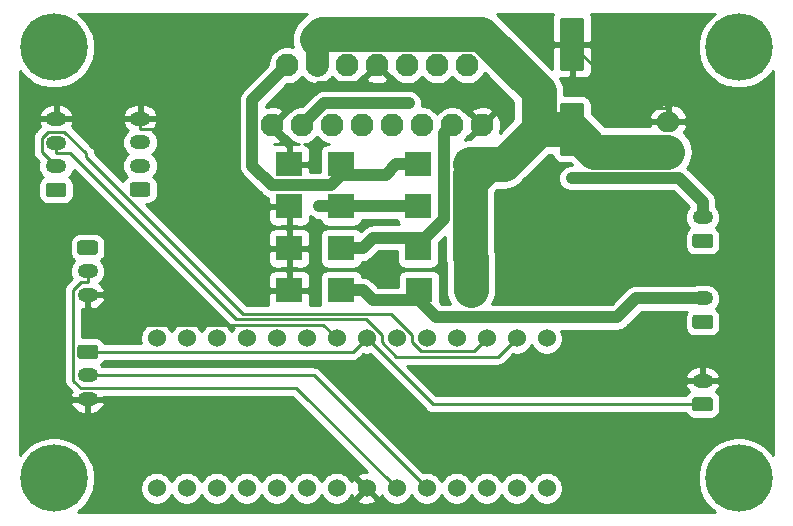
<source format=gbr>
G04 #@! TF.GenerationSoftware,KiCad,Pcbnew,(5.1.2)-1*
G04 #@! TF.CreationDate,2020-03-30T00:08:58+09:00*
G04 #@! TF.ProjectId,L298N_DRIVER,4c323938-4e5f-4445-9249-5645522e6b69,rev?*
G04 #@! TF.SameCoordinates,Original*
G04 #@! TF.FileFunction,Copper,L1,Top*
G04 #@! TF.FilePolarity,Positive*
%FSLAX46Y46*%
G04 Gerber Fmt 4.6, Leading zero omitted, Abs format (unit mm)*
G04 Created by KiCad (PCBNEW (5.1.2)-1) date 2020-03-30 00:08:58*
%MOMM*%
%LPD*%
G04 APERTURE LIST*
%ADD10O,1.750000X1.200000*%
%ADD11C,0.100000*%
%ADD12C,1.200000*%
%ADD13R,2.300000X2.150000*%
%ADD14O,2.000000X1.700000*%
%ADD15C,1.700000*%
%ADD16C,5.700000*%
%ADD17C,2.100000*%
%ADD18C,1.524000*%
%ADD19C,1.950000*%
%ADD20C,0.800000*%
%ADD21C,1.000000*%
%ADD22C,3.000000*%
%ADD23C,1.949800*%
%ADD24C,1.701800*%
%ADD25C,0.250000*%
%ADD26C,0.254000*%
G04 APERTURE END LIST*
D10*
X125349000Y-77279000D03*
X125349000Y-75279000D03*
D11*
G36*
X125998505Y-72680204D02*
G01*
X126022773Y-72683804D01*
X126046572Y-72689765D01*
X126069671Y-72698030D01*
X126091850Y-72708520D01*
X126112893Y-72721132D01*
X126132599Y-72735747D01*
X126150777Y-72752223D01*
X126167253Y-72770401D01*
X126181868Y-72790107D01*
X126194480Y-72811150D01*
X126204970Y-72833329D01*
X126213235Y-72856428D01*
X126219196Y-72880227D01*
X126222796Y-72904495D01*
X126224000Y-72928999D01*
X126224000Y-73629001D01*
X126222796Y-73653505D01*
X126219196Y-73677773D01*
X126213235Y-73701572D01*
X126204970Y-73724671D01*
X126194480Y-73746850D01*
X126181868Y-73767893D01*
X126167253Y-73787599D01*
X126150777Y-73805777D01*
X126132599Y-73822253D01*
X126112893Y-73836868D01*
X126091850Y-73849480D01*
X126069671Y-73859970D01*
X126046572Y-73868235D01*
X126022773Y-73874196D01*
X125998505Y-73877796D01*
X125974001Y-73879000D01*
X124723999Y-73879000D01*
X124699495Y-73877796D01*
X124675227Y-73874196D01*
X124651428Y-73868235D01*
X124628329Y-73859970D01*
X124606150Y-73849480D01*
X124585107Y-73836868D01*
X124565401Y-73822253D01*
X124547223Y-73805777D01*
X124530747Y-73787599D01*
X124516132Y-73767893D01*
X124503520Y-73746850D01*
X124493030Y-73724671D01*
X124484765Y-73701572D01*
X124478804Y-73677773D01*
X124475204Y-73653505D01*
X124474000Y-73629001D01*
X124474000Y-72928999D01*
X124475204Y-72904495D01*
X124478804Y-72880227D01*
X124484765Y-72856428D01*
X124493030Y-72833329D01*
X124503520Y-72811150D01*
X124516132Y-72790107D01*
X124530747Y-72770401D01*
X124547223Y-72752223D01*
X124565401Y-72735747D01*
X124585107Y-72721132D01*
X124606150Y-72708520D01*
X124628329Y-72698030D01*
X124651428Y-72689765D01*
X124675227Y-72683804D01*
X124699495Y-72680204D01*
X124723999Y-72679000D01*
X125974001Y-72679000D01*
X125998505Y-72680204D01*
X125998505Y-72680204D01*
G37*
D12*
X125349000Y-73279000D03*
D10*
X125349000Y-68453000D03*
X125349000Y-66453000D03*
D11*
G36*
X125998505Y-63854204D02*
G01*
X126022773Y-63857804D01*
X126046572Y-63863765D01*
X126069671Y-63872030D01*
X126091850Y-63882520D01*
X126112893Y-63895132D01*
X126132599Y-63909747D01*
X126150777Y-63926223D01*
X126167253Y-63944401D01*
X126181868Y-63964107D01*
X126194480Y-63985150D01*
X126204970Y-64007329D01*
X126213235Y-64030428D01*
X126219196Y-64054227D01*
X126222796Y-64078495D01*
X126224000Y-64102999D01*
X126224000Y-64803001D01*
X126222796Y-64827505D01*
X126219196Y-64851773D01*
X126213235Y-64875572D01*
X126204970Y-64898671D01*
X126194480Y-64920850D01*
X126181868Y-64941893D01*
X126167253Y-64961599D01*
X126150777Y-64979777D01*
X126132599Y-64996253D01*
X126112893Y-65010868D01*
X126091850Y-65023480D01*
X126069671Y-65033970D01*
X126046572Y-65042235D01*
X126022773Y-65048196D01*
X125998505Y-65051796D01*
X125974001Y-65053000D01*
X124723999Y-65053000D01*
X124699495Y-65051796D01*
X124675227Y-65048196D01*
X124651428Y-65042235D01*
X124628329Y-65033970D01*
X124606150Y-65023480D01*
X124585107Y-65010868D01*
X124565401Y-64996253D01*
X124547223Y-64979777D01*
X124530747Y-64961599D01*
X124516132Y-64941893D01*
X124503520Y-64920850D01*
X124493030Y-64898671D01*
X124484765Y-64875572D01*
X124478804Y-64851773D01*
X124475204Y-64827505D01*
X124474000Y-64803001D01*
X124474000Y-64102999D01*
X124475204Y-64078495D01*
X124478804Y-64054227D01*
X124484765Y-64030428D01*
X124493030Y-64007329D01*
X124503520Y-63985150D01*
X124516132Y-63964107D01*
X124530747Y-63944401D01*
X124547223Y-63926223D01*
X124565401Y-63909747D01*
X124585107Y-63895132D01*
X124606150Y-63882520D01*
X124628329Y-63872030D01*
X124651428Y-63863765D01*
X124675227Y-63857804D01*
X124699495Y-63854204D01*
X124723999Y-63853000D01*
X125974001Y-63853000D01*
X125998505Y-63854204D01*
X125998505Y-63854204D01*
G37*
D12*
X125349000Y-64453000D03*
D10*
X129794000Y-53531000D03*
X129794000Y-55531000D03*
X129794000Y-57531000D03*
D11*
G36*
X130443505Y-58932204D02*
G01*
X130467773Y-58935804D01*
X130491572Y-58941765D01*
X130514671Y-58950030D01*
X130536850Y-58960520D01*
X130557893Y-58973132D01*
X130577599Y-58987747D01*
X130595777Y-59004223D01*
X130612253Y-59022401D01*
X130626868Y-59042107D01*
X130639480Y-59063150D01*
X130649970Y-59085329D01*
X130658235Y-59108428D01*
X130664196Y-59132227D01*
X130667796Y-59156495D01*
X130669000Y-59180999D01*
X130669000Y-59881001D01*
X130667796Y-59905505D01*
X130664196Y-59929773D01*
X130658235Y-59953572D01*
X130649970Y-59976671D01*
X130639480Y-59998850D01*
X130626868Y-60019893D01*
X130612253Y-60039599D01*
X130595777Y-60057777D01*
X130577599Y-60074253D01*
X130557893Y-60088868D01*
X130536850Y-60101480D01*
X130514671Y-60111970D01*
X130491572Y-60120235D01*
X130467773Y-60126196D01*
X130443505Y-60129796D01*
X130419001Y-60131000D01*
X129168999Y-60131000D01*
X129144495Y-60129796D01*
X129120227Y-60126196D01*
X129096428Y-60120235D01*
X129073329Y-60111970D01*
X129051150Y-60101480D01*
X129030107Y-60088868D01*
X129010401Y-60074253D01*
X128992223Y-60057777D01*
X128975747Y-60039599D01*
X128961132Y-60019893D01*
X128948520Y-59998850D01*
X128938030Y-59976671D01*
X128929765Y-59953572D01*
X128923804Y-59929773D01*
X128920204Y-59905505D01*
X128919000Y-59881001D01*
X128919000Y-59180999D01*
X128920204Y-59156495D01*
X128923804Y-59132227D01*
X128929765Y-59108428D01*
X128938030Y-59085329D01*
X128948520Y-59063150D01*
X128961132Y-59042107D01*
X128975747Y-59022401D01*
X128992223Y-59004223D01*
X129010401Y-58987747D01*
X129030107Y-58973132D01*
X129051150Y-58960520D01*
X129073329Y-58950030D01*
X129096428Y-58941765D01*
X129120227Y-58935804D01*
X129144495Y-58932204D01*
X129168999Y-58931000D01*
X130419001Y-58931000D01*
X130443505Y-58932204D01*
X130443505Y-58932204D01*
G37*
D12*
X129794000Y-59531000D03*
D10*
X122682000Y-53563000D03*
X122682000Y-55563000D03*
X122682000Y-57563000D03*
D11*
G36*
X123331505Y-58964204D02*
G01*
X123355773Y-58967804D01*
X123379572Y-58973765D01*
X123402671Y-58982030D01*
X123424850Y-58992520D01*
X123445893Y-59005132D01*
X123465599Y-59019747D01*
X123483777Y-59036223D01*
X123500253Y-59054401D01*
X123514868Y-59074107D01*
X123527480Y-59095150D01*
X123537970Y-59117329D01*
X123546235Y-59140428D01*
X123552196Y-59164227D01*
X123555796Y-59188495D01*
X123557000Y-59212999D01*
X123557000Y-59913001D01*
X123555796Y-59937505D01*
X123552196Y-59961773D01*
X123546235Y-59985572D01*
X123537970Y-60008671D01*
X123527480Y-60030850D01*
X123514868Y-60051893D01*
X123500253Y-60071599D01*
X123483777Y-60089777D01*
X123465599Y-60106253D01*
X123445893Y-60120868D01*
X123424850Y-60133480D01*
X123402671Y-60143970D01*
X123379572Y-60152235D01*
X123355773Y-60158196D01*
X123331505Y-60161796D01*
X123307001Y-60163000D01*
X122056999Y-60163000D01*
X122032495Y-60161796D01*
X122008227Y-60158196D01*
X121984428Y-60152235D01*
X121961329Y-60143970D01*
X121939150Y-60133480D01*
X121918107Y-60120868D01*
X121898401Y-60106253D01*
X121880223Y-60089777D01*
X121863747Y-60071599D01*
X121849132Y-60051893D01*
X121836520Y-60030850D01*
X121826030Y-60008671D01*
X121817765Y-59985572D01*
X121811804Y-59961773D01*
X121808204Y-59937505D01*
X121807000Y-59913001D01*
X121807000Y-59212999D01*
X121808204Y-59188495D01*
X121811804Y-59164227D01*
X121817765Y-59140428D01*
X121826030Y-59117329D01*
X121836520Y-59095150D01*
X121849132Y-59074107D01*
X121863747Y-59054401D01*
X121880223Y-59036223D01*
X121898401Y-59019747D01*
X121918107Y-59005132D01*
X121939150Y-58992520D01*
X121961329Y-58982030D01*
X121984428Y-58973765D01*
X122008227Y-58967804D01*
X122032495Y-58964204D01*
X122056999Y-58963000D01*
X123307001Y-58963000D01*
X123331505Y-58964204D01*
X123331505Y-58964204D01*
G37*
D12*
X122682000Y-59563000D03*
D10*
X177419000Y-68739000D03*
D11*
G36*
X178068505Y-70140204D02*
G01*
X178092773Y-70143804D01*
X178116572Y-70149765D01*
X178139671Y-70158030D01*
X178161850Y-70168520D01*
X178182893Y-70181132D01*
X178202599Y-70195747D01*
X178220777Y-70212223D01*
X178237253Y-70230401D01*
X178251868Y-70250107D01*
X178264480Y-70271150D01*
X178274970Y-70293329D01*
X178283235Y-70316428D01*
X178289196Y-70340227D01*
X178292796Y-70364495D01*
X178294000Y-70388999D01*
X178294000Y-71089001D01*
X178292796Y-71113505D01*
X178289196Y-71137773D01*
X178283235Y-71161572D01*
X178274970Y-71184671D01*
X178264480Y-71206850D01*
X178251868Y-71227893D01*
X178237253Y-71247599D01*
X178220777Y-71265777D01*
X178202599Y-71282253D01*
X178182893Y-71296868D01*
X178161850Y-71309480D01*
X178139671Y-71319970D01*
X178116572Y-71328235D01*
X178092773Y-71334196D01*
X178068505Y-71337796D01*
X178044001Y-71339000D01*
X176793999Y-71339000D01*
X176769495Y-71337796D01*
X176745227Y-71334196D01*
X176721428Y-71328235D01*
X176698329Y-71319970D01*
X176676150Y-71309480D01*
X176655107Y-71296868D01*
X176635401Y-71282253D01*
X176617223Y-71265777D01*
X176600747Y-71247599D01*
X176586132Y-71227893D01*
X176573520Y-71206850D01*
X176563030Y-71184671D01*
X176554765Y-71161572D01*
X176548804Y-71137773D01*
X176545204Y-71113505D01*
X176544000Y-71089001D01*
X176544000Y-70388999D01*
X176545204Y-70364495D01*
X176548804Y-70340227D01*
X176554765Y-70316428D01*
X176563030Y-70293329D01*
X176573520Y-70271150D01*
X176586132Y-70250107D01*
X176600747Y-70230401D01*
X176617223Y-70212223D01*
X176635401Y-70195747D01*
X176655107Y-70181132D01*
X176676150Y-70168520D01*
X176698329Y-70158030D01*
X176721428Y-70149765D01*
X176745227Y-70143804D01*
X176769495Y-70140204D01*
X176793999Y-70139000D01*
X178044001Y-70139000D01*
X178068505Y-70140204D01*
X178068505Y-70140204D01*
G37*
D12*
X177419000Y-70739000D03*
D10*
X177419000Y-61881000D03*
D11*
G36*
X178068505Y-63282204D02*
G01*
X178092773Y-63285804D01*
X178116572Y-63291765D01*
X178139671Y-63300030D01*
X178161850Y-63310520D01*
X178182893Y-63323132D01*
X178202599Y-63337747D01*
X178220777Y-63354223D01*
X178237253Y-63372401D01*
X178251868Y-63392107D01*
X178264480Y-63413150D01*
X178274970Y-63435329D01*
X178283235Y-63458428D01*
X178289196Y-63482227D01*
X178292796Y-63506495D01*
X178294000Y-63530999D01*
X178294000Y-64231001D01*
X178292796Y-64255505D01*
X178289196Y-64279773D01*
X178283235Y-64303572D01*
X178274970Y-64326671D01*
X178264480Y-64348850D01*
X178251868Y-64369893D01*
X178237253Y-64389599D01*
X178220777Y-64407777D01*
X178202599Y-64424253D01*
X178182893Y-64438868D01*
X178161850Y-64451480D01*
X178139671Y-64461970D01*
X178116572Y-64470235D01*
X178092773Y-64476196D01*
X178068505Y-64479796D01*
X178044001Y-64481000D01*
X176793999Y-64481000D01*
X176769495Y-64479796D01*
X176745227Y-64476196D01*
X176721428Y-64470235D01*
X176698329Y-64461970D01*
X176676150Y-64451480D01*
X176655107Y-64438868D01*
X176635401Y-64424253D01*
X176617223Y-64407777D01*
X176600747Y-64389599D01*
X176586132Y-64369893D01*
X176573520Y-64348850D01*
X176563030Y-64326671D01*
X176554765Y-64303572D01*
X176548804Y-64279773D01*
X176545204Y-64255505D01*
X176544000Y-64231001D01*
X176544000Y-63530999D01*
X176545204Y-63506495D01*
X176548804Y-63482227D01*
X176554765Y-63458428D01*
X176563030Y-63435329D01*
X176573520Y-63413150D01*
X176586132Y-63392107D01*
X176600747Y-63372401D01*
X176617223Y-63354223D01*
X176635401Y-63337747D01*
X176655107Y-63323132D01*
X176676150Y-63310520D01*
X176698329Y-63300030D01*
X176721428Y-63291765D01*
X176745227Y-63285804D01*
X176769495Y-63282204D01*
X176793999Y-63281000D01*
X178044001Y-63281000D01*
X178068505Y-63282204D01*
X178068505Y-63282204D01*
G37*
D12*
X177419000Y-63881000D03*
D13*
X142412000Y-68072000D03*
X146812000Y-68072000D03*
X153416000Y-68072000D03*
X157816000Y-68072000D03*
X142412000Y-64516000D03*
X146812000Y-64516000D03*
X153334000Y-64516000D03*
X157734000Y-64516000D03*
X142412000Y-60960000D03*
X146812000Y-60960000D03*
X153334000Y-60960000D03*
X157734000Y-60960000D03*
X142412000Y-57404000D03*
X146812000Y-57404000D03*
X153334000Y-57404000D03*
X157734000Y-57404000D03*
D10*
X177419000Y-75724000D03*
D11*
G36*
X178068505Y-77125204D02*
G01*
X178092773Y-77128804D01*
X178116572Y-77134765D01*
X178139671Y-77143030D01*
X178161850Y-77153520D01*
X178182893Y-77166132D01*
X178202599Y-77180747D01*
X178220777Y-77197223D01*
X178237253Y-77215401D01*
X178251868Y-77235107D01*
X178264480Y-77256150D01*
X178274970Y-77278329D01*
X178283235Y-77301428D01*
X178289196Y-77325227D01*
X178292796Y-77349495D01*
X178294000Y-77373999D01*
X178294000Y-78074001D01*
X178292796Y-78098505D01*
X178289196Y-78122773D01*
X178283235Y-78146572D01*
X178274970Y-78169671D01*
X178264480Y-78191850D01*
X178251868Y-78212893D01*
X178237253Y-78232599D01*
X178220777Y-78250777D01*
X178202599Y-78267253D01*
X178182893Y-78281868D01*
X178161850Y-78294480D01*
X178139671Y-78304970D01*
X178116572Y-78313235D01*
X178092773Y-78319196D01*
X178068505Y-78322796D01*
X178044001Y-78324000D01*
X176793999Y-78324000D01*
X176769495Y-78322796D01*
X176745227Y-78319196D01*
X176721428Y-78313235D01*
X176698329Y-78304970D01*
X176676150Y-78294480D01*
X176655107Y-78281868D01*
X176635401Y-78267253D01*
X176617223Y-78250777D01*
X176600747Y-78232599D01*
X176586132Y-78212893D01*
X176573520Y-78191850D01*
X176563030Y-78169671D01*
X176554765Y-78146572D01*
X176548804Y-78122773D01*
X176545204Y-78098505D01*
X176544000Y-78074001D01*
X176544000Y-77373999D01*
X176545204Y-77349495D01*
X176548804Y-77325227D01*
X176554765Y-77301428D01*
X176563030Y-77278329D01*
X176573520Y-77256150D01*
X176586132Y-77235107D01*
X176600747Y-77215401D01*
X176617223Y-77197223D01*
X176635401Y-77180747D01*
X176655107Y-77166132D01*
X176676150Y-77153520D01*
X176698329Y-77143030D01*
X176721428Y-77134765D01*
X176745227Y-77128804D01*
X176769495Y-77125204D01*
X176793999Y-77124000D01*
X178044001Y-77124000D01*
X178068505Y-77125204D01*
X178068505Y-77125204D01*
G37*
D12*
X177419000Y-77724000D03*
D14*
X174498000Y-53786400D03*
D11*
G36*
X175272504Y-55437604D02*
G01*
X175296773Y-55441204D01*
X175320571Y-55447165D01*
X175343671Y-55455430D01*
X175365849Y-55465920D01*
X175386893Y-55478533D01*
X175406598Y-55493147D01*
X175424777Y-55509623D01*
X175441253Y-55527802D01*
X175455867Y-55547507D01*
X175468480Y-55568551D01*
X175478970Y-55590729D01*
X175487235Y-55613829D01*
X175493196Y-55637627D01*
X175496796Y-55661896D01*
X175498000Y-55686400D01*
X175498000Y-56886400D01*
X175496796Y-56910904D01*
X175493196Y-56935173D01*
X175487235Y-56958971D01*
X175478970Y-56982071D01*
X175468480Y-57004249D01*
X175455867Y-57025293D01*
X175441253Y-57044998D01*
X175424777Y-57063177D01*
X175406598Y-57079653D01*
X175386893Y-57094267D01*
X175365849Y-57106880D01*
X175343671Y-57117370D01*
X175320571Y-57125635D01*
X175296773Y-57131596D01*
X175272504Y-57135196D01*
X175248000Y-57136400D01*
X173748000Y-57136400D01*
X173723496Y-57135196D01*
X173699227Y-57131596D01*
X173675429Y-57125635D01*
X173652329Y-57117370D01*
X173630151Y-57106880D01*
X173609107Y-57094267D01*
X173589402Y-57079653D01*
X173571223Y-57063177D01*
X173554747Y-57044998D01*
X173540133Y-57025293D01*
X173527520Y-57004249D01*
X173517030Y-56982071D01*
X173508765Y-56958971D01*
X173502804Y-56935173D01*
X173499204Y-56910904D01*
X173498000Y-56886400D01*
X173498000Y-55686400D01*
X173499204Y-55661896D01*
X173502804Y-55637627D01*
X173508765Y-55613829D01*
X173517030Y-55590729D01*
X173527520Y-55568551D01*
X173540133Y-55547507D01*
X173554747Y-55527802D01*
X173571223Y-55509623D01*
X173589402Y-55493147D01*
X173609107Y-55478533D01*
X173630151Y-55465920D01*
X173652329Y-55455430D01*
X173675429Y-55447165D01*
X173699227Y-55441204D01*
X173723496Y-55437604D01*
X173748000Y-55436400D01*
X175248000Y-55436400D01*
X175272504Y-55437604D01*
X175272504Y-55437604D01*
G37*
D15*
X174498000Y-56286400D03*
D16*
X122500000Y-84000000D03*
X122500000Y-47500000D03*
X180500000Y-47500000D03*
X180500000Y-84000000D03*
D11*
G36*
X167194504Y-44995204D02*
G01*
X167218773Y-44998804D01*
X167242571Y-45004765D01*
X167265671Y-45013030D01*
X167287849Y-45023520D01*
X167308893Y-45036133D01*
X167328598Y-45050747D01*
X167346777Y-45067223D01*
X167363253Y-45085402D01*
X167377867Y-45105107D01*
X167390480Y-45126151D01*
X167400970Y-45148329D01*
X167409235Y-45171429D01*
X167415196Y-45195227D01*
X167418796Y-45219496D01*
X167420000Y-45244000D01*
X167420000Y-49244000D01*
X167418796Y-49268504D01*
X167415196Y-49292773D01*
X167409235Y-49316571D01*
X167400970Y-49339671D01*
X167390480Y-49361849D01*
X167377867Y-49382893D01*
X167363253Y-49402598D01*
X167346777Y-49420777D01*
X167328598Y-49437253D01*
X167308893Y-49451867D01*
X167287849Y-49464480D01*
X167265671Y-49474970D01*
X167242571Y-49483235D01*
X167218773Y-49489196D01*
X167194504Y-49492796D01*
X167170000Y-49494000D01*
X165570000Y-49494000D01*
X165545496Y-49492796D01*
X165521227Y-49489196D01*
X165497429Y-49483235D01*
X165474329Y-49474970D01*
X165452151Y-49464480D01*
X165431107Y-49451867D01*
X165411402Y-49437253D01*
X165393223Y-49420777D01*
X165376747Y-49402598D01*
X165362133Y-49382893D01*
X165349520Y-49361849D01*
X165339030Y-49339671D01*
X165330765Y-49316571D01*
X165324804Y-49292773D01*
X165321204Y-49268504D01*
X165320000Y-49244000D01*
X165320000Y-45244000D01*
X165321204Y-45219496D01*
X165324804Y-45195227D01*
X165330765Y-45171429D01*
X165339030Y-45148329D01*
X165349520Y-45126151D01*
X165362133Y-45105107D01*
X165376747Y-45085402D01*
X165393223Y-45067223D01*
X165411402Y-45050747D01*
X165431107Y-45036133D01*
X165452151Y-45023520D01*
X165474329Y-45013030D01*
X165497429Y-45004765D01*
X165521227Y-44998804D01*
X165545496Y-44995204D01*
X165570000Y-44994000D01*
X167170000Y-44994000D01*
X167194504Y-44995204D01*
X167194504Y-44995204D01*
G37*
D17*
X166370000Y-47244000D03*
D11*
G36*
X167194504Y-52195204D02*
G01*
X167218773Y-52198804D01*
X167242571Y-52204765D01*
X167265671Y-52213030D01*
X167287849Y-52223520D01*
X167308893Y-52236133D01*
X167328598Y-52250747D01*
X167346777Y-52267223D01*
X167363253Y-52285402D01*
X167377867Y-52305107D01*
X167390480Y-52326151D01*
X167400970Y-52348329D01*
X167409235Y-52371429D01*
X167415196Y-52395227D01*
X167418796Y-52419496D01*
X167420000Y-52444000D01*
X167420000Y-56444000D01*
X167418796Y-56468504D01*
X167415196Y-56492773D01*
X167409235Y-56516571D01*
X167400970Y-56539671D01*
X167390480Y-56561849D01*
X167377867Y-56582893D01*
X167363253Y-56602598D01*
X167346777Y-56620777D01*
X167328598Y-56637253D01*
X167308893Y-56651867D01*
X167287849Y-56664480D01*
X167265671Y-56674970D01*
X167242571Y-56683235D01*
X167218773Y-56689196D01*
X167194504Y-56692796D01*
X167170000Y-56694000D01*
X165570000Y-56694000D01*
X165545496Y-56692796D01*
X165521227Y-56689196D01*
X165497429Y-56683235D01*
X165474329Y-56674970D01*
X165452151Y-56664480D01*
X165431107Y-56651867D01*
X165411402Y-56637253D01*
X165393223Y-56620777D01*
X165376747Y-56602598D01*
X165362133Y-56582893D01*
X165349520Y-56561849D01*
X165339030Y-56539671D01*
X165330765Y-56516571D01*
X165324804Y-56492773D01*
X165321204Y-56468504D01*
X165320000Y-56444000D01*
X165320000Y-52444000D01*
X165321204Y-52419496D01*
X165324804Y-52395227D01*
X165330765Y-52371429D01*
X165339030Y-52348329D01*
X165349520Y-52326151D01*
X165362133Y-52305107D01*
X165376747Y-52285402D01*
X165393223Y-52267223D01*
X165411402Y-52250747D01*
X165431107Y-52236133D01*
X165452151Y-52223520D01*
X165474329Y-52213030D01*
X165497429Y-52204765D01*
X165521227Y-52198804D01*
X165545496Y-52195204D01*
X165570000Y-52194000D01*
X167170000Y-52194000D01*
X167194504Y-52195204D01*
X167194504Y-52195204D01*
G37*
D17*
X166370000Y-54444000D03*
D18*
X164211000Y-84836000D03*
X161671000Y-84836000D03*
X159131000Y-84836000D03*
X156591000Y-84836000D03*
X154051000Y-84836000D03*
X151511000Y-84836000D03*
X148971000Y-84836000D03*
X146431000Y-84836000D03*
X143891000Y-84836000D03*
X141351000Y-84836000D03*
X138811000Y-84836000D03*
X136271000Y-84836000D03*
X133731000Y-84836000D03*
X131191000Y-84836000D03*
X131191000Y-72136000D03*
X133731000Y-72136000D03*
X136271000Y-72136000D03*
X138811000Y-72136000D03*
X141351000Y-72136000D03*
X143891000Y-72136000D03*
X146431000Y-72136000D03*
X148971000Y-72136000D03*
X151511000Y-72136000D03*
X154051000Y-72136000D03*
X156591000Y-72136000D03*
X159131000Y-72136000D03*
X161671000Y-72136000D03*
X164211000Y-72136000D03*
D19*
X158750000Y-54102000D03*
X157480000Y-49022000D03*
X156210000Y-54102000D03*
X154940000Y-49022000D03*
X153670000Y-54102000D03*
X152400000Y-49022000D03*
X151130000Y-54102000D03*
X149860000Y-49022000D03*
X148590000Y-54102000D03*
X147320000Y-49022000D03*
X146050000Y-54102000D03*
X144780000Y-49022000D03*
X143510000Y-54102000D03*
X142240000Y-49022000D03*
X140970000Y-54102000D03*
D20*
X139621300Y-60960000D03*
X166335600Y-58569100D03*
X152556900Y-52225900D03*
X144961700Y-60960000D03*
D21*
X142240000Y-49022000D02*
X139284300Y-51977700D01*
X139284300Y-51977700D02*
X139284300Y-57536500D01*
X139284300Y-57536500D02*
X140927200Y-59179400D01*
X140927200Y-59179400D02*
X145924200Y-59179400D01*
X145924200Y-59179400D02*
X146812000Y-58291600D01*
X153334000Y-57404000D02*
X151483700Y-57404000D01*
X146812000Y-58291600D02*
X150596100Y-58291600D01*
X150596100Y-58291600D02*
X151483700Y-57404000D01*
X146812000Y-57404000D02*
X146812000Y-58291600D01*
D22*
X163544300Y-54444000D02*
X160584300Y-57404000D01*
X166370000Y-54444000D02*
X163544300Y-54444000D01*
X144780000Y-46782400D02*
X145219100Y-46343300D01*
X145219100Y-46343300D02*
X158659400Y-46343300D01*
X158659400Y-46343300D02*
X163544300Y-51228200D01*
X163544300Y-51228200D02*
X163544300Y-54444000D01*
D23*
X144780000Y-46782400D02*
X144780000Y-49022000D01*
D22*
X157816000Y-68072000D02*
X157816000Y-65296700D01*
X157734000Y-64516000D02*
X157734000Y-65214700D01*
X157734000Y-65214700D02*
X157816000Y-65296700D01*
X157734000Y-60960000D02*
X157734000Y-64516000D01*
X157734000Y-60795900D02*
X157734000Y-60960000D01*
X157734000Y-60795900D02*
X157734000Y-58184700D01*
X159159200Y-57404000D02*
X158378500Y-58184700D01*
X158378500Y-58184700D02*
X157734000Y-58184700D01*
X159159200Y-57404000D02*
X160584300Y-57404000D01*
X157734000Y-57404000D02*
X159159200Y-57404000D01*
X166370000Y-54444000D02*
X168262800Y-56336800D01*
X168262800Y-56336800D02*
X174447600Y-56336800D01*
D24*
X174447600Y-56336800D02*
X174498000Y-56286400D01*
D25*
X174498000Y-53786400D02*
X174498000Y-52611100D01*
X174498000Y-52611100D02*
X171737100Y-52611100D01*
X171737100Y-52611100D02*
X166370000Y-47244000D01*
X125349000Y-68453000D02*
X125349000Y-69378300D01*
X125349000Y-69378300D02*
X126950800Y-70980100D01*
X126950800Y-70980100D02*
X145275100Y-70980100D01*
X145275100Y-70980100D02*
X146431000Y-72136000D01*
X122682000Y-53563000D02*
X123882300Y-53563000D01*
X123882300Y-53563000D02*
X123914300Y-53531000D01*
X123914300Y-53531000D02*
X129794000Y-53531000D01*
X129794000Y-53531000D02*
X129794000Y-54456300D01*
X139621300Y-60960000D02*
X133117600Y-54456300D01*
X133117600Y-54456300D02*
X129794000Y-54456300D01*
X142412000Y-60960000D02*
X139621300Y-60960000D01*
X158750000Y-54102000D02*
X155365500Y-50717500D01*
X155365500Y-50717500D02*
X151555500Y-50717500D01*
X151555500Y-50717500D02*
X149860000Y-49022000D01*
X125349000Y-77279000D02*
X141414000Y-77279000D01*
X141414000Y-77279000D02*
X148971000Y-84836000D01*
X141224900Y-54102000D02*
X141224900Y-54816600D01*
X141224900Y-54816600D02*
X142412000Y-56003700D01*
X149860000Y-49022000D02*
X148425500Y-50456500D01*
X148425500Y-50456500D02*
X144870400Y-50456500D01*
X144870400Y-50456500D02*
X141224900Y-54102000D01*
X140970000Y-54102000D02*
X141224900Y-54102000D01*
X142412000Y-57404000D02*
X142412000Y-56003700D01*
X142412000Y-64516000D02*
X142412000Y-68072000D01*
X142412000Y-63815800D02*
X142412000Y-64516000D01*
X142412000Y-63815800D02*
X142412000Y-63115700D01*
X142412000Y-63115700D02*
X142412000Y-62360300D01*
X142412000Y-60960000D02*
X142412000Y-62360300D01*
D21*
X177419000Y-61881000D02*
X177419000Y-60580700D01*
X166335600Y-58569100D02*
X175407400Y-58569100D01*
X175407400Y-58569100D02*
X177419000Y-60580700D01*
X143510000Y-54102000D02*
X145386100Y-52225900D01*
X145386100Y-52225900D02*
X152556900Y-52225900D01*
X153334000Y-60960000D02*
X146812000Y-60960000D01*
X146812000Y-60960000D02*
X144961700Y-60960000D01*
X156210000Y-54102000D02*
X155533600Y-54778400D01*
X155533600Y-54778400D02*
X155533600Y-62000500D01*
X155533600Y-62000500D02*
X153905800Y-63628300D01*
X153905800Y-63628300D02*
X153334000Y-63628300D01*
X146812000Y-64516000D02*
X148662300Y-64516000D01*
X153334000Y-63628300D02*
X149550000Y-63628300D01*
X149550000Y-63628300D02*
X148662300Y-64516000D01*
X153334000Y-64516000D02*
X153334000Y-63628300D01*
X177419000Y-68739000D02*
X171788200Y-68739000D01*
X171788200Y-68739000D02*
X170185600Y-70341600D01*
X170185600Y-70341600D02*
X154866600Y-70341600D01*
X154866600Y-70341600D02*
X153416000Y-68891000D01*
X146812000Y-68072000D02*
X148662300Y-68072000D01*
X153416000Y-68891000D02*
X149481300Y-68891000D01*
X149481300Y-68891000D02*
X148662300Y-68072000D01*
X153416000Y-68072000D02*
X153416000Y-68891000D01*
D25*
X125349000Y-67378300D02*
X124770700Y-67378300D01*
X124770700Y-67378300D02*
X124135500Y-68013500D01*
X124135500Y-68013500D02*
X124135500Y-75710600D01*
X124135500Y-75710600D02*
X124760300Y-76335400D01*
X124760300Y-76335400D02*
X143010400Y-76335400D01*
X143010400Y-76335400D02*
X151511000Y-84836000D01*
X125349000Y-66453000D02*
X125349000Y-67378300D01*
X154051000Y-84836000D02*
X144494000Y-75279000D01*
X144494000Y-75279000D02*
X125349000Y-75279000D01*
X177419000Y-77724000D02*
X154559000Y-77724000D01*
X154559000Y-77724000D02*
X148971000Y-72136000D01*
X148971000Y-72136000D02*
X147828000Y-73279000D01*
X147828000Y-73279000D02*
X125349000Y-73279000D01*
X122682000Y-56488300D02*
X123871100Y-56488300D01*
X123871100Y-56488300D02*
X137912500Y-70529700D01*
X137912500Y-70529700D02*
X148911600Y-70529700D01*
X148911600Y-70529700D02*
X150241000Y-71859100D01*
X150241000Y-71859100D02*
X150241000Y-72427900D01*
X150241000Y-72427900D02*
X151501600Y-73688500D01*
X151501600Y-73688500D02*
X160118500Y-73688500D01*
X160118500Y-73688500D02*
X161671000Y-72136000D01*
X122682000Y-55563000D02*
X122682000Y-56488300D01*
X159131000Y-72136000D02*
X158028900Y-73238100D01*
X158028900Y-73238100D02*
X153550900Y-73238100D01*
X153550900Y-73238100D02*
X152781000Y-72468200D01*
X152781000Y-72468200D02*
X152781000Y-71827400D01*
X152781000Y-71827400D02*
X151010700Y-70057100D01*
X151010700Y-70057100D02*
X138531400Y-70057100D01*
X138531400Y-70057100D02*
X125230800Y-56756500D01*
X125230800Y-56756500D02*
X125230800Y-56482200D01*
X125230800Y-56482200D02*
X123378100Y-54629500D01*
X123378100Y-54629500D02*
X121992400Y-54629500D01*
X121992400Y-54629500D02*
X121474200Y-55147700D01*
X121474200Y-55147700D02*
X121474200Y-56355200D01*
X121474200Y-56355200D02*
X122682000Y-57563000D01*
D26*
G36*
X143702123Y-44826323D02*
G01*
X143635263Y-44907792D01*
X143196165Y-45346890D01*
X142996224Y-45590519D01*
X142797975Y-45961418D01*
X142675893Y-46363867D01*
X142634671Y-46782400D01*
X142675893Y-47200933D01*
X142765740Y-47497117D01*
X142709620Y-47473871D01*
X142398571Y-47412000D01*
X142081429Y-47412000D01*
X141770380Y-47473871D01*
X141477379Y-47595237D01*
X141213685Y-47771431D01*
X140989431Y-47995685D01*
X140813237Y-48259379D01*
X140691871Y-48552380D01*
X140630000Y-48863429D01*
X140630000Y-49026868D01*
X138521165Y-51135704D01*
X138477851Y-51171251D01*
X138336016Y-51344077D01*
X138230625Y-51541253D01*
X138230624Y-51541254D01*
X138165723Y-51755202D01*
X138143809Y-51977700D01*
X138149300Y-52033452D01*
X138149301Y-57480739D01*
X138143809Y-57536500D01*
X138165723Y-57758998D01*
X138230624Y-57972946D01*
X138230625Y-57972947D01*
X138336017Y-58170123D01*
X138477852Y-58342949D01*
X138521160Y-58378491D01*
X140085209Y-59942540D01*
X140120751Y-59985849D01*
X140293577Y-60127684D01*
X140490753Y-60233076D01*
X140625442Y-60273934D01*
X140627000Y-60674250D01*
X140785750Y-60833000D01*
X142285000Y-60833000D01*
X142285000Y-60813000D01*
X142539000Y-60813000D01*
X142539000Y-60833000D01*
X142559000Y-60833000D01*
X142559000Y-61087000D01*
X142539000Y-61087000D01*
X142539000Y-62511250D01*
X142697750Y-62670000D01*
X143562000Y-62673072D01*
X143686482Y-62660812D01*
X143806180Y-62624502D01*
X143916494Y-62565537D01*
X144013185Y-62486185D01*
X144092537Y-62389494D01*
X144151502Y-62279180D01*
X144187812Y-62159482D01*
X144200072Y-62035000D01*
X144199167Y-61802490D01*
X144328077Y-61908284D01*
X144525253Y-62013676D01*
X144739201Y-62078577D01*
X144905948Y-62095000D01*
X145029837Y-62095000D01*
X145036188Y-62159482D01*
X145072498Y-62279180D01*
X145131463Y-62389494D01*
X145210815Y-62486185D01*
X145307506Y-62565537D01*
X145417820Y-62624502D01*
X145537518Y-62660812D01*
X145662000Y-62673072D01*
X147962000Y-62673072D01*
X148086482Y-62660812D01*
X148206180Y-62624502D01*
X148316494Y-62565537D01*
X148413185Y-62486185D01*
X148492537Y-62389494D01*
X148551502Y-62279180D01*
X148587812Y-62159482D01*
X148594163Y-62095000D01*
X151551837Y-62095000D01*
X151558188Y-62159482D01*
X151594498Y-62279180D01*
X151653463Y-62389494D01*
X151732815Y-62486185D01*
X151741485Y-62493300D01*
X149605741Y-62493300D01*
X149549999Y-62487810D01*
X149494257Y-62493300D01*
X149494248Y-62493300D01*
X149327501Y-62509723D01*
X149113553Y-62574624D01*
X148916377Y-62680016D01*
X148743551Y-62821851D01*
X148708011Y-62865157D01*
X148489889Y-63083279D01*
X148413185Y-62989815D01*
X148316494Y-62910463D01*
X148206180Y-62851498D01*
X148086482Y-62815188D01*
X147962000Y-62802928D01*
X145662000Y-62802928D01*
X145537518Y-62815188D01*
X145417820Y-62851498D01*
X145307506Y-62910463D01*
X145210815Y-62989815D01*
X145131463Y-63086506D01*
X145072498Y-63196820D01*
X145036188Y-63316518D01*
X145023928Y-63441000D01*
X145023928Y-65591000D01*
X145036188Y-65715482D01*
X145072498Y-65835180D01*
X145131463Y-65945494D01*
X145210815Y-66042185D01*
X145307506Y-66121537D01*
X145417820Y-66180502D01*
X145537518Y-66216812D01*
X145662000Y-66229072D01*
X147962000Y-66229072D01*
X148086482Y-66216812D01*
X148206180Y-66180502D01*
X148316494Y-66121537D01*
X148413185Y-66042185D01*
X148492537Y-65945494D01*
X148551502Y-65835180D01*
X148587812Y-65715482D01*
X148594163Y-65651000D01*
X148606549Y-65651000D01*
X148662300Y-65656491D01*
X148718051Y-65651000D01*
X148718052Y-65651000D01*
X148884799Y-65634577D01*
X149098747Y-65569676D01*
X149295923Y-65464284D01*
X149468749Y-65322449D01*
X149504295Y-65279136D01*
X150020132Y-64763300D01*
X151545928Y-64763300D01*
X151545928Y-65591000D01*
X151558188Y-65715482D01*
X151594498Y-65835180D01*
X151653463Y-65945494D01*
X151732815Y-66042185D01*
X151829506Y-66121537D01*
X151939820Y-66180502D01*
X152059518Y-66216812D01*
X152184000Y-66229072D01*
X154484000Y-66229072D01*
X154608482Y-66216812D01*
X154728180Y-66180502D01*
X154838494Y-66121537D01*
X154935185Y-66042185D01*
X155014537Y-65945494D01*
X155073502Y-65835180D01*
X155109812Y-65715482D01*
X155122072Y-65591000D01*
X155122072Y-64017159D01*
X155599000Y-63540232D01*
X155599000Y-65109828D01*
X155588671Y-65214700D01*
X155599000Y-65319572D01*
X155599000Y-65319582D01*
X155629892Y-65633233D01*
X155681000Y-65801713D01*
X155681000Y-68176881D01*
X155711892Y-68490532D01*
X155833974Y-68892981D01*
X156001606Y-69206600D01*
X155336732Y-69206600D01*
X155204072Y-69073940D01*
X155204072Y-66997000D01*
X155191812Y-66872518D01*
X155155502Y-66752820D01*
X155096537Y-66642506D01*
X155017185Y-66545815D01*
X154920494Y-66466463D01*
X154810180Y-66407498D01*
X154690482Y-66371188D01*
X154566000Y-66358928D01*
X152266000Y-66358928D01*
X152141518Y-66371188D01*
X152021820Y-66407498D01*
X151911506Y-66466463D01*
X151814815Y-66545815D01*
X151735463Y-66642506D01*
X151676498Y-66752820D01*
X151640188Y-66872518D01*
X151627928Y-66997000D01*
X151627928Y-67756000D01*
X149951432Y-67756000D01*
X149504295Y-67308864D01*
X149468749Y-67265551D01*
X149295923Y-67123716D01*
X149098747Y-67018324D01*
X148884799Y-66953423D01*
X148718052Y-66937000D01*
X148718051Y-66937000D01*
X148662300Y-66931509D01*
X148606549Y-66937000D01*
X148594163Y-66937000D01*
X148587812Y-66872518D01*
X148551502Y-66752820D01*
X148492537Y-66642506D01*
X148413185Y-66545815D01*
X148316494Y-66466463D01*
X148206180Y-66407498D01*
X148086482Y-66371188D01*
X147962000Y-66358928D01*
X145662000Y-66358928D01*
X145537518Y-66371188D01*
X145417820Y-66407498D01*
X145307506Y-66466463D01*
X145210815Y-66545815D01*
X145131463Y-66642506D01*
X145072498Y-66752820D01*
X145036188Y-66872518D01*
X145023928Y-66997000D01*
X145023928Y-69147000D01*
X145036188Y-69271482D01*
X145043959Y-69297100D01*
X144180041Y-69297100D01*
X144187812Y-69271482D01*
X144200072Y-69147000D01*
X144197000Y-68357750D01*
X144038250Y-68199000D01*
X142539000Y-68199000D01*
X142539000Y-68219000D01*
X142285000Y-68219000D01*
X142285000Y-68199000D01*
X140785750Y-68199000D01*
X140627000Y-68357750D01*
X140623928Y-69147000D01*
X140636188Y-69271482D01*
X140643959Y-69297100D01*
X138846202Y-69297100D01*
X136546102Y-66997000D01*
X140623928Y-66997000D01*
X140627000Y-67786250D01*
X140785750Y-67945000D01*
X142285000Y-67945000D01*
X142285000Y-66520750D01*
X142539000Y-66520750D01*
X142539000Y-67945000D01*
X144038250Y-67945000D01*
X144197000Y-67786250D01*
X144200072Y-66997000D01*
X144187812Y-66872518D01*
X144151502Y-66752820D01*
X144092537Y-66642506D01*
X144013185Y-66545815D01*
X143916494Y-66466463D01*
X143806180Y-66407498D01*
X143686482Y-66371188D01*
X143562000Y-66358928D01*
X142697750Y-66362000D01*
X142539000Y-66520750D01*
X142285000Y-66520750D01*
X142126250Y-66362000D01*
X141262000Y-66358928D01*
X141137518Y-66371188D01*
X141017820Y-66407498D01*
X140907506Y-66466463D01*
X140810815Y-66545815D01*
X140731463Y-66642506D01*
X140672498Y-66752820D01*
X140636188Y-66872518D01*
X140623928Y-66997000D01*
X136546102Y-66997000D01*
X135140102Y-65591000D01*
X140623928Y-65591000D01*
X140636188Y-65715482D01*
X140672498Y-65835180D01*
X140731463Y-65945494D01*
X140810815Y-66042185D01*
X140907506Y-66121537D01*
X141017820Y-66180502D01*
X141137518Y-66216812D01*
X141262000Y-66229072D01*
X142126250Y-66226000D01*
X142285000Y-66067250D01*
X142285000Y-64643000D01*
X142539000Y-64643000D01*
X142539000Y-66067250D01*
X142697750Y-66226000D01*
X143562000Y-66229072D01*
X143686482Y-66216812D01*
X143806180Y-66180502D01*
X143916494Y-66121537D01*
X144013185Y-66042185D01*
X144092537Y-65945494D01*
X144151502Y-65835180D01*
X144187812Y-65715482D01*
X144200072Y-65591000D01*
X144197000Y-64801750D01*
X144038250Y-64643000D01*
X142539000Y-64643000D01*
X142285000Y-64643000D01*
X140785750Y-64643000D01*
X140627000Y-64801750D01*
X140623928Y-65591000D01*
X135140102Y-65591000D01*
X132990102Y-63441000D01*
X140623928Y-63441000D01*
X140627000Y-64230250D01*
X140785750Y-64389000D01*
X142285000Y-64389000D01*
X142285000Y-62964750D01*
X142539000Y-62964750D01*
X142539000Y-64389000D01*
X144038250Y-64389000D01*
X144197000Y-64230250D01*
X144200072Y-63441000D01*
X144187812Y-63316518D01*
X144151502Y-63196820D01*
X144092537Y-63086506D01*
X144013185Y-62989815D01*
X143916494Y-62910463D01*
X143806180Y-62851498D01*
X143686482Y-62815188D01*
X143562000Y-62802928D01*
X142697750Y-62806000D01*
X142539000Y-62964750D01*
X142285000Y-62964750D01*
X142126250Y-62806000D01*
X141262000Y-62802928D01*
X141137518Y-62815188D01*
X141017820Y-62851498D01*
X140907506Y-62910463D01*
X140810815Y-62989815D01*
X140731463Y-63086506D01*
X140672498Y-63196820D01*
X140636188Y-63316518D01*
X140623928Y-63441000D01*
X132990102Y-63441000D01*
X131584102Y-62035000D01*
X140623928Y-62035000D01*
X140636188Y-62159482D01*
X140672498Y-62279180D01*
X140731463Y-62389494D01*
X140810815Y-62486185D01*
X140907506Y-62565537D01*
X141017820Y-62624502D01*
X141137518Y-62660812D01*
X141262000Y-62673072D01*
X142126250Y-62670000D01*
X142285000Y-62511250D01*
X142285000Y-61087000D01*
X140785750Y-61087000D01*
X140627000Y-61245750D01*
X140623928Y-62035000D01*
X131584102Y-62035000D01*
X130318173Y-60769072D01*
X130419001Y-60769072D01*
X130592255Y-60752008D01*
X130758851Y-60701472D01*
X130912387Y-60619405D01*
X131046962Y-60508962D01*
X131157405Y-60374387D01*
X131239472Y-60220851D01*
X131290008Y-60054255D01*
X131307072Y-59881001D01*
X131307072Y-59180999D01*
X131290008Y-59007745D01*
X131239472Y-58841149D01*
X131157405Y-58687613D01*
X131046962Y-58553038D01*
X130912387Y-58442595D01*
X130907889Y-58440191D01*
X130946502Y-58408502D01*
X131100833Y-58220449D01*
X131215511Y-58005901D01*
X131286130Y-57773102D01*
X131309975Y-57531000D01*
X131286130Y-57288898D01*
X131215511Y-57056099D01*
X131100833Y-56841551D01*
X130946502Y-56653498D01*
X130797238Y-56531000D01*
X130946502Y-56408502D01*
X131100833Y-56220449D01*
X131215511Y-56005901D01*
X131286130Y-55773102D01*
X131309975Y-55531000D01*
X131286130Y-55288898D01*
X131215511Y-55056099D01*
X131100833Y-54841551D01*
X130946502Y-54653498D01*
X130796652Y-54530519D01*
X130860725Y-54487307D01*
X131032078Y-54314474D01*
X131166421Y-54111533D01*
X131258591Y-53886282D01*
X131262462Y-53848609D01*
X131137731Y-53658000D01*
X129921000Y-53658000D01*
X129921000Y-53678000D01*
X129667000Y-53678000D01*
X129667000Y-53658000D01*
X128450269Y-53658000D01*
X128325538Y-53848609D01*
X128329409Y-53886282D01*
X128421579Y-54111533D01*
X128555922Y-54314474D01*
X128727275Y-54487307D01*
X128791348Y-54530519D01*
X128641498Y-54653498D01*
X128487167Y-54841551D01*
X128372489Y-55056099D01*
X128301870Y-55288898D01*
X128278025Y-55531000D01*
X128301870Y-55773102D01*
X128372489Y-56005901D01*
X128487167Y-56220449D01*
X128641498Y-56408502D01*
X128790762Y-56531000D01*
X128641498Y-56653498D01*
X128487167Y-56841551D01*
X128372489Y-57056099D01*
X128301870Y-57288898D01*
X128278025Y-57531000D01*
X128301870Y-57773102D01*
X128372489Y-58005901D01*
X128487167Y-58220449D01*
X128641498Y-58408502D01*
X128680111Y-58440191D01*
X128675613Y-58442595D01*
X128541038Y-58553038D01*
X128430595Y-58687613D01*
X128363061Y-58813960D01*
X125990454Y-56441353D01*
X125979803Y-56333215D01*
X125936346Y-56189953D01*
X125865774Y-56057924D01*
X125849342Y-56037901D01*
X125794599Y-55971196D01*
X125794595Y-55971192D01*
X125770801Y-55942199D01*
X125741808Y-55918405D01*
X124019574Y-54196173D01*
X124054421Y-54143533D01*
X124146591Y-53918282D01*
X124150462Y-53880609D01*
X124025731Y-53690000D01*
X122809000Y-53690000D01*
X122809000Y-53710000D01*
X122555000Y-53710000D01*
X122555000Y-53690000D01*
X121338269Y-53690000D01*
X121213538Y-53880609D01*
X121217409Y-53918282D01*
X121309579Y-54143533D01*
X121347014Y-54200083D01*
X120963202Y-54583897D01*
X120934199Y-54607699D01*
X120889734Y-54661880D01*
X120839226Y-54723424D01*
X120790068Y-54815392D01*
X120768654Y-54855454D01*
X120725197Y-54998715D01*
X120714200Y-55110368D01*
X120714200Y-55110378D01*
X120710524Y-55147700D01*
X120714200Y-55185023D01*
X120714201Y-56317868D01*
X120710524Y-56355200D01*
X120714201Y-56392533D01*
X120725198Y-56504186D01*
X120738380Y-56547642D01*
X120768654Y-56647446D01*
X120839226Y-56779476D01*
X120903489Y-56857780D01*
X120934200Y-56895201D01*
X120963198Y-56918999D01*
X121230653Y-57186454D01*
X121189870Y-57320898D01*
X121166025Y-57563000D01*
X121189870Y-57805102D01*
X121260489Y-58037901D01*
X121375167Y-58252449D01*
X121529498Y-58440502D01*
X121568111Y-58472191D01*
X121563613Y-58474595D01*
X121429038Y-58585038D01*
X121318595Y-58719613D01*
X121236528Y-58873149D01*
X121185992Y-59039745D01*
X121168928Y-59212999D01*
X121168928Y-59913001D01*
X121185992Y-60086255D01*
X121236528Y-60252851D01*
X121318595Y-60406387D01*
X121429038Y-60540962D01*
X121563613Y-60651405D01*
X121717149Y-60733472D01*
X121883745Y-60784008D01*
X122056999Y-60801072D01*
X123307001Y-60801072D01*
X123480255Y-60784008D01*
X123646851Y-60733472D01*
X123800387Y-60651405D01*
X123934962Y-60540962D01*
X124045405Y-60406387D01*
X124127472Y-60252851D01*
X124178008Y-60086255D01*
X124195072Y-59913001D01*
X124195072Y-59212999D01*
X124178008Y-59039745D01*
X124127472Y-58873149D01*
X124045405Y-58719613D01*
X123934962Y-58585038D01*
X123800387Y-58474595D01*
X123795889Y-58472191D01*
X123834502Y-58440502D01*
X123988833Y-58252449D01*
X124103511Y-58037901D01*
X124159926Y-57851927D01*
X137348700Y-71040702D01*
X137372499Y-71069701D01*
X137488224Y-71164674D01*
X137620253Y-71235246D01*
X137713756Y-71263609D01*
X137572995Y-71474273D01*
X137541000Y-71551515D01*
X137509005Y-71474273D01*
X137356120Y-71245465D01*
X137161535Y-71050880D01*
X136932727Y-70897995D01*
X136678490Y-70792686D01*
X136408592Y-70739000D01*
X136133408Y-70739000D01*
X135863510Y-70792686D01*
X135609273Y-70897995D01*
X135380465Y-71050880D01*
X135185880Y-71245465D01*
X135032995Y-71474273D01*
X135001000Y-71551515D01*
X134969005Y-71474273D01*
X134816120Y-71245465D01*
X134621535Y-71050880D01*
X134392727Y-70897995D01*
X134138490Y-70792686D01*
X133868592Y-70739000D01*
X133593408Y-70739000D01*
X133323510Y-70792686D01*
X133069273Y-70897995D01*
X132840465Y-71050880D01*
X132645880Y-71245465D01*
X132492995Y-71474273D01*
X132461000Y-71551515D01*
X132429005Y-71474273D01*
X132276120Y-71245465D01*
X132081535Y-71050880D01*
X131852727Y-70897995D01*
X131598490Y-70792686D01*
X131328592Y-70739000D01*
X131053408Y-70739000D01*
X130783510Y-70792686D01*
X130529273Y-70897995D01*
X130300465Y-71050880D01*
X130105880Y-71245465D01*
X129952995Y-71474273D01*
X129847686Y-71728510D01*
X129794000Y-71998408D01*
X129794000Y-72273592D01*
X129842815Y-72519000D01*
X126756976Y-72519000D01*
X126712405Y-72435613D01*
X126601962Y-72301038D01*
X126467387Y-72190595D01*
X126313851Y-72108528D01*
X126147255Y-72057992D01*
X125974001Y-72040928D01*
X124895500Y-72040928D01*
X124895500Y-69677526D01*
X124947000Y-69688000D01*
X125222000Y-69688000D01*
X125222000Y-68580000D01*
X125476000Y-68580000D01*
X125476000Y-69688000D01*
X125751000Y-69688000D01*
X125989496Y-69639493D01*
X126213946Y-69545390D01*
X126415725Y-69409307D01*
X126587078Y-69236474D01*
X126721421Y-69033533D01*
X126813591Y-68808282D01*
X126817462Y-68770609D01*
X126692731Y-68580000D01*
X125476000Y-68580000D01*
X125222000Y-68580000D01*
X125202000Y-68580000D01*
X125202000Y-68326000D01*
X125222000Y-68326000D01*
X125222000Y-68306000D01*
X125476000Y-68306000D01*
X125476000Y-68326000D01*
X126692731Y-68326000D01*
X126817462Y-68135391D01*
X126813591Y-68097718D01*
X126721421Y-67872467D01*
X126587078Y-67669526D01*
X126415725Y-67496693D01*
X126351652Y-67453481D01*
X126501502Y-67330502D01*
X126655833Y-67142449D01*
X126770511Y-66927901D01*
X126841130Y-66695102D01*
X126864975Y-66453000D01*
X126841130Y-66210898D01*
X126770511Y-65978099D01*
X126655833Y-65763551D01*
X126501502Y-65575498D01*
X126462889Y-65543809D01*
X126467387Y-65541405D01*
X126601962Y-65430962D01*
X126712405Y-65296387D01*
X126794472Y-65142851D01*
X126845008Y-64976255D01*
X126862072Y-64803001D01*
X126862072Y-64102999D01*
X126845008Y-63929745D01*
X126794472Y-63763149D01*
X126712405Y-63609613D01*
X126601962Y-63475038D01*
X126467387Y-63364595D01*
X126313851Y-63282528D01*
X126147255Y-63231992D01*
X125974001Y-63214928D01*
X124723999Y-63214928D01*
X124550745Y-63231992D01*
X124384149Y-63282528D01*
X124230613Y-63364595D01*
X124096038Y-63475038D01*
X123985595Y-63609613D01*
X123903528Y-63763149D01*
X123852992Y-63929745D01*
X123835928Y-64102999D01*
X123835928Y-64803001D01*
X123852992Y-64976255D01*
X123903528Y-65142851D01*
X123985595Y-65296387D01*
X124096038Y-65430962D01*
X124230613Y-65541405D01*
X124235111Y-65543809D01*
X124196498Y-65575498D01*
X124042167Y-65763551D01*
X123927489Y-65978099D01*
X123856870Y-66210898D01*
X123833025Y-66453000D01*
X123856870Y-66695102D01*
X123927489Y-66927901D01*
X124003705Y-67070492D01*
X123624502Y-67449697D01*
X123595499Y-67473499D01*
X123551358Y-67527286D01*
X123500526Y-67589224D01*
X123457281Y-67670130D01*
X123429954Y-67721254D01*
X123386497Y-67864515D01*
X123375500Y-67976168D01*
X123375500Y-67976178D01*
X123371824Y-68013500D01*
X123375500Y-68050822D01*
X123375501Y-75673268D01*
X123371824Y-75710600D01*
X123375501Y-75747933D01*
X123379645Y-75790002D01*
X123386498Y-75859585D01*
X123429954Y-76002846D01*
X123500526Y-76134876D01*
X123571701Y-76221602D01*
X123595500Y-76250601D01*
X123624498Y-76274399D01*
X124005252Y-76655153D01*
X123976579Y-76698467D01*
X123884409Y-76923718D01*
X123880538Y-76961391D01*
X124005269Y-77152000D01*
X125222000Y-77152000D01*
X125222000Y-77132000D01*
X125476000Y-77132000D01*
X125476000Y-77152000D01*
X126692731Y-77152000D01*
X126729769Y-77095400D01*
X142695599Y-77095400D01*
X149040944Y-83440745D01*
X148898983Y-83434090D01*
X148626867Y-83475078D01*
X148367977Y-83568364D01*
X148252020Y-83630344D01*
X148185040Y-83870435D01*
X148971000Y-84656395D01*
X148985143Y-84642253D01*
X149164748Y-84821858D01*
X149150605Y-84836000D01*
X149936565Y-85621960D01*
X150176656Y-85554980D01*
X150240485Y-85419240D01*
X150272995Y-85497727D01*
X150425880Y-85726535D01*
X150620465Y-85921120D01*
X150849273Y-86074005D01*
X151103510Y-86179314D01*
X151373408Y-86233000D01*
X151648592Y-86233000D01*
X151918490Y-86179314D01*
X152172727Y-86074005D01*
X152401535Y-85921120D01*
X152596120Y-85726535D01*
X152749005Y-85497727D01*
X152781000Y-85420485D01*
X152812995Y-85497727D01*
X152965880Y-85726535D01*
X153160465Y-85921120D01*
X153389273Y-86074005D01*
X153643510Y-86179314D01*
X153913408Y-86233000D01*
X154188592Y-86233000D01*
X154458490Y-86179314D01*
X154712727Y-86074005D01*
X154941535Y-85921120D01*
X155136120Y-85726535D01*
X155289005Y-85497727D01*
X155321000Y-85420485D01*
X155352995Y-85497727D01*
X155505880Y-85726535D01*
X155700465Y-85921120D01*
X155929273Y-86074005D01*
X156183510Y-86179314D01*
X156453408Y-86233000D01*
X156728592Y-86233000D01*
X156998490Y-86179314D01*
X157252727Y-86074005D01*
X157481535Y-85921120D01*
X157676120Y-85726535D01*
X157829005Y-85497727D01*
X157861000Y-85420485D01*
X157892995Y-85497727D01*
X158045880Y-85726535D01*
X158240465Y-85921120D01*
X158469273Y-86074005D01*
X158723510Y-86179314D01*
X158993408Y-86233000D01*
X159268592Y-86233000D01*
X159538490Y-86179314D01*
X159792727Y-86074005D01*
X160021535Y-85921120D01*
X160216120Y-85726535D01*
X160369005Y-85497727D01*
X160401000Y-85420485D01*
X160432995Y-85497727D01*
X160585880Y-85726535D01*
X160780465Y-85921120D01*
X161009273Y-86074005D01*
X161263510Y-86179314D01*
X161533408Y-86233000D01*
X161808592Y-86233000D01*
X162078490Y-86179314D01*
X162332727Y-86074005D01*
X162561535Y-85921120D01*
X162756120Y-85726535D01*
X162909005Y-85497727D01*
X162941000Y-85420485D01*
X162972995Y-85497727D01*
X163125880Y-85726535D01*
X163320465Y-85921120D01*
X163549273Y-86074005D01*
X163803510Y-86179314D01*
X164073408Y-86233000D01*
X164348592Y-86233000D01*
X164618490Y-86179314D01*
X164872727Y-86074005D01*
X165101535Y-85921120D01*
X165296120Y-85726535D01*
X165449005Y-85497727D01*
X165554314Y-85243490D01*
X165608000Y-84973592D01*
X165608000Y-84698408D01*
X165554314Y-84428510D01*
X165449005Y-84174273D01*
X165296120Y-83945465D01*
X165101535Y-83750880D01*
X164872727Y-83597995D01*
X164618490Y-83492686D01*
X164348592Y-83439000D01*
X164073408Y-83439000D01*
X163803510Y-83492686D01*
X163549273Y-83597995D01*
X163320465Y-83750880D01*
X163125880Y-83945465D01*
X162972995Y-84174273D01*
X162941000Y-84251515D01*
X162909005Y-84174273D01*
X162756120Y-83945465D01*
X162561535Y-83750880D01*
X162332727Y-83597995D01*
X162078490Y-83492686D01*
X161808592Y-83439000D01*
X161533408Y-83439000D01*
X161263510Y-83492686D01*
X161009273Y-83597995D01*
X160780465Y-83750880D01*
X160585880Y-83945465D01*
X160432995Y-84174273D01*
X160401000Y-84251515D01*
X160369005Y-84174273D01*
X160216120Y-83945465D01*
X160021535Y-83750880D01*
X159792727Y-83597995D01*
X159538490Y-83492686D01*
X159268592Y-83439000D01*
X158993408Y-83439000D01*
X158723510Y-83492686D01*
X158469273Y-83597995D01*
X158240465Y-83750880D01*
X158045880Y-83945465D01*
X157892995Y-84174273D01*
X157861000Y-84251515D01*
X157829005Y-84174273D01*
X157676120Y-83945465D01*
X157481535Y-83750880D01*
X157252727Y-83597995D01*
X156998490Y-83492686D01*
X156728592Y-83439000D01*
X156453408Y-83439000D01*
X156183510Y-83492686D01*
X155929273Y-83597995D01*
X155700465Y-83750880D01*
X155505880Y-83945465D01*
X155352995Y-84174273D01*
X155321000Y-84251515D01*
X155289005Y-84174273D01*
X155136120Y-83945465D01*
X154941535Y-83750880D01*
X154712727Y-83597995D01*
X154458490Y-83492686D01*
X154188592Y-83439000D01*
X153913408Y-83439000D01*
X153759430Y-83469628D01*
X145057804Y-74768003D01*
X145034001Y-74738999D01*
X144918276Y-74644026D01*
X144786247Y-74573454D01*
X144642986Y-74529997D01*
X144531333Y-74519000D01*
X144531322Y-74519000D01*
X144494000Y-74515324D01*
X144456678Y-74519000D01*
X126597933Y-74519000D01*
X126501502Y-74401498D01*
X126462889Y-74369809D01*
X126467387Y-74367405D01*
X126601962Y-74256962D01*
X126712405Y-74122387D01*
X126756976Y-74039000D01*
X147790678Y-74039000D01*
X147828000Y-74042676D01*
X147865322Y-74039000D01*
X147865333Y-74039000D01*
X147976986Y-74028003D01*
X148120247Y-73984546D01*
X148252276Y-73913974D01*
X148368001Y-73819001D01*
X148391804Y-73789998D01*
X148679429Y-73502372D01*
X148833408Y-73533000D01*
X149108592Y-73533000D01*
X149262570Y-73502372D01*
X153995205Y-78235008D01*
X154018999Y-78264001D01*
X154047992Y-78287795D01*
X154047996Y-78287799D01*
X154118685Y-78345811D01*
X154134724Y-78358974D01*
X154266753Y-78429546D01*
X154410014Y-78473003D01*
X154521667Y-78484000D01*
X154521676Y-78484000D01*
X154558999Y-78487676D01*
X154596322Y-78484000D01*
X176011024Y-78484000D01*
X176055595Y-78567387D01*
X176166038Y-78701962D01*
X176300613Y-78812405D01*
X176454149Y-78894472D01*
X176620745Y-78945008D01*
X176793999Y-78962072D01*
X178044001Y-78962072D01*
X178217255Y-78945008D01*
X178383851Y-78894472D01*
X178537387Y-78812405D01*
X178671962Y-78701962D01*
X178782405Y-78567387D01*
X178864472Y-78413851D01*
X178915008Y-78247255D01*
X178932072Y-78074001D01*
X178932072Y-77373999D01*
X178915008Y-77200745D01*
X178864472Y-77034149D01*
X178782405Y-76880613D01*
X178671962Y-76746038D01*
X178537387Y-76635595D01*
X178532594Y-76633033D01*
X178657078Y-76507474D01*
X178791421Y-76304533D01*
X178883591Y-76079282D01*
X178887462Y-76041609D01*
X178762731Y-75851000D01*
X177546000Y-75851000D01*
X177546000Y-75871000D01*
X177292000Y-75871000D01*
X177292000Y-75851000D01*
X176075269Y-75851000D01*
X175950538Y-76041609D01*
X175954409Y-76079282D01*
X176046579Y-76304533D01*
X176180922Y-76507474D01*
X176305406Y-76633033D01*
X176300613Y-76635595D01*
X176166038Y-76746038D01*
X176055595Y-76880613D01*
X176011024Y-76964000D01*
X154873803Y-76964000D01*
X153316194Y-75406391D01*
X175950538Y-75406391D01*
X176075269Y-75597000D01*
X177292000Y-75597000D01*
X177292000Y-74489000D01*
X177546000Y-74489000D01*
X177546000Y-75597000D01*
X178762731Y-75597000D01*
X178887462Y-75406391D01*
X178883591Y-75368718D01*
X178791421Y-75143467D01*
X178657078Y-74940526D01*
X178485725Y-74767693D01*
X178283946Y-74631610D01*
X178059496Y-74537507D01*
X177821000Y-74489000D01*
X177546000Y-74489000D01*
X177292000Y-74489000D01*
X177017000Y-74489000D01*
X176778504Y-74537507D01*
X176554054Y-74631610D01*
X176352275Y-74767693D01*
X176180922Y-74940526D01*
X176046579Y-75143467D01*
X175954409Y-75368718D01*
X175950538Y-75406391D01*
X153316194Y-75406391D01*
X152358302Y-74448500D01*
X160081178Y-74448500D01*
X160118500Y-74452176D01*
X160155822Y-74448500D01*
X160155833Y-74448500D01*
X160267486Y-74437503D01*
X160410747Y-74394046D01*
X160542776Y-74323474D01*
X160658501Y-74228501D01*
X160682304Y-74199497D01*
X161379430Y-73502372D01*
X161533408Y-73533000D01*
X161808592Y-73533000D01*
X162078490Y-73479314D01*
X162332727Y-73374005D01*
X162561535Y-73221120D01*
X162756120Y-73026535D01*
X162909005Y-72797727D01*
X162941000Y-72720485D01*
X162972995Y-72797727D01*
X163125880Y-73026535D01*
X163320465Y-73221120D01*
X163549273Y-73374005D01*
X163803510Y-73479314D01*
X164073408Y-73533000D01*
X164348592Y-73533000D01*
X164618490Y-73479314D01*
X164872727Y-73374005D01*
X165101535Y-73221120D01*
X165296120Y-73026535D01*
X165449005Y-72797727D01*
X165554314Y-72543490D01*
X165608000Y-72273592D01*
X165608000Y-71998408D01*
X165554314Y-71728510D01*
X165449969Y-71476600D01*
X170129849Y-71476600D01*
X170185600Y-71482091D01*
X170241351Y-71476600D01*
X170241352Y-71476600D01*
X170408099Y-71460177D01*
X170622047Y-71395276D01*
X170819223Y-71289884D01*
X170992049Y-71148049D01*
X171027595Y-71104736D01*
X172258333Y-69874000D01*
X176073332Y-69874000D01*
X176055595Y-69895613D01*
X175973528Y-70049149D01*
X175922992Y-70215745D01*
X175905928Y-70388999D01*
X175905928Y-71089001D01*
X175922992Y-71262255D01*
X175973528Y-71428851D01*
X176055595Y-71582387D01*
X176166038Y-71716962D01*
X176300613Y-71827405D01*
X176454149Y-71909472D01*
X176620745Y-71960008D01*
X176793999Y-71977072D01*
X178044001Y-71977072D01*
X178217255Y-71960008D01*
X178383851Y-71909472D01*
X178537387Y-71827405D01*
X178671962Y-71716962D01*
X178782405Y-71582387D01*
X178864472Y-71428851D01*
X178915008Y-71262255D01*
X178932072Y-71089001D01*
X178932072Y-70388999D01*
X178915008Y-70215745D01*
X178864472Y-70049149D01*
X178782405Y-69895613D01*
X178671962Y-69761038D01*
X178537387Y-69650595D01*
X178532889Y-69648191D01*
X178571502Y-69616502D01*
X178725833Y-69428449D01*
X178840511Y-69213901D01*
X178911130Y-68981102D01*
X178934975Y-68739000D01*
X178911130Y-68496898D01*
X178840511Y-68264099D01*
X178725833Y-68049551D01*
X178571502Y-67861498D01*
X178383449Y-67707167D01*
X178168901Y-67592489D01*
X177936102Y-67521870D01*
X177754665Y-67504000D01*
X177083335Y-67504000D01*
X176901898Y-67521870D01*
X176669099Y-67592489D01*
X176647563Y-67604000D01*
X171843952Y-67604000D01*
X171788200Y-67598509D01*
X171565701Y-67620423D01*
X171351753Y-67685324D01*
X171154577Y-67790716D01*
X171025056Y-67897011D01*
X171025054Y-67897013D01*
X170981751Y-67932551D01*
X170946213Y-67975854D01*
X169715469Y-69206600D01*
X159630394Y-69206600D01*
X159798026Y-68892982D01*
X159920108Y-68490533D01*
X159951000Y-68176882D01*
X159951000Y-65401575D01*
X159961329Y-65296700D01*
X159951000Y-65191826D01*
X159951000Y-65191818D01*
X159920108Y-64878167D01*
X159869000Y-64709687D01*
X159869000Y-59723406D01*
X159895477Y-59701677D01*
X159962337Y-59620208D01*
X160043545Y-59539000D01*
X160479428Y-59539000D01*
X160584300Y-59549329D01*
X160689172Y-59539000D01*
X160689182Y-59539000D01*
X161002833Y-59508108D01*
X161405282Y-59386026D01*
X161776181Y-59187777D01*
X162101277Y-58920977D01*
X162168137Y-58839508D01*
X164428646Y-56579000D01*
X164695224Y-56579000D01*
X164698992Y-56617254D01*
X164749528Y-56783850D01*
X164831595Y-56937386D01*
X164942038Y-57071962D01*
X165076614Y-57182405D01*
X165230150Y-57264472D01*
X165396746Y-57315008D01*
X165570000Y-57332072D01*
X166238726Y-57332072D01*
X166340754Y-57434100D01*
X166279848Y-57434100D01*
X166113101Y-57450523D01*
X165899153Y-57515424D01*
X165701977Y-57620816D01*
X165529151Y-57762651D01*
X165387316Y-57935477D01*
X165281924Y-58132653D01*
X165217023Y-58346601D01*
X165195109Y-58569100D01*
X165217023Y-58791599D01*
X165281924Y-59005547D01*
X165387316Y-59202723D01*
X165529151Y-59375549D01*
X165701977Y-59517384D01*
X165899153Y-59622776D01*
X166113101Y-59687677D01*
X166279848Y-59704100D01*
X174937269Y-59704100D01*
X176253051Y-61019883D01*
X176112167Y-61191551D01*
X175997489Y-61406099D01*
X175926870Y-61638898D01*
X175903025Y-61881000D01*
X175926870Y-62123102D01*
X175997489Y-62355901D01*
X176112167Y-62570449D01*
X176266498Y-62758502D01*
X176305111Y-62790191D01*
X176300613Y-62792595D01*
X176166038Y-62903038D01*
X176055595Y-63037613D01*
X175973528Y-63191149D01*
X175922992Y-63357745D01*
X175905928Y-63530999D01*
X175905928Y-64231001D01*
X175922992Y-64404255D01*
X175973528Y-64570851D01*
X176055595Y-64724387D01*
X176166038Y-64858962D01*
X176300613Y-64969405D01*
X176454149Y-65051472D01*
X176620745Y-65102008D01*
X176793999Y-65119072D01*
X178044001Y-65119072D01*
X178217255Y-65102008D01*
X178383851Y-65051472D01*
X178537387Y-64969405D01*
X178671962Y-64858962D01*
X178782405Y-64724387D01*
X178864472Y-64570851D01*
X178915008Y-64404255D01*
X178932072Y-64231001D01*
X178932072Y-63530999D01*
X178915008Y-63357745D01*
X178864472Y-63191149D01*
X178782405Y-63037613D01*
X178671962Y-62903038D01*
X178537387Y-62792595D01*
X178532889Y-62790191D01*
X178571502Y-62758502D01*
X178725833Y-62570449D01*
X178840511Y-62355901D01*
X178911130Y-62123102D01*
X178934975Y-61881000D01*
X178911130Y-61638898D01*
X178840511Y-61406099D01*
X178725833Y-61191551D01*
X178571502Y-61003498D01*
X178554000Y-60989134D01*
X178554000Y-60636451D01*
X178559491Y-60580699D01*
X178537577Y-60358201D01*
X178472676Y-60144253D01*
X178463819Y-60127683D01*
X178367284Y-59947077D01*
X178225449Y-59774251D01*
X178182141Y-59738709D01*
X176249396Y-57805965D01*
X176213849Y-57762651D01*
X176109586Y-57677084D01*
X176231377Y-57528681D01*
X176429626Y-57157782D01*
X176551708Y-56755333D01*
X176592930Y-56336800D01*
X176551708Y-55918267D01*
X176429626Y-55515818D01*
X176231377Y-55144919D01*
X175964577Y-54819823D01*
X175817621Y-54699219D01*
X175836664Y-54678446D01*
X175987854Y-54429409D01*
X176087554Y-54155661D01*
X176089476Y-54143290D01*
X175968155Y-53913400D01*
X174625000Y-53913400D01*
X174625000Y-53933400D01*
X174371000Y-53933400D01*
X174371000Y-53913400D01*
X173027845Y-53913400D01*
X172906524Y-54143290D01*
X172908446Y-54155661D01*
X172925250Y-54201800D01*
X169147146Y-54201800D01*
X168374856Y-53429510D01*
X172906524Y-53429510D01*
X173027845Y-53659400D01*
X174371000Y-53659400D01*
X174371000Y-52459168D01*
X174625000Y-52459168D01*
X174625000Y-53659400D01*
X175968155Y-53659400D01*
X176089476Y-53429510D01*
X176087554Y-53417139D01*
X175987854Y-53143391D01*
X175836664Y-52894354D01*
X175639795Y-52679598D01*
X175404812Y-52507375D01*
X175140745Y-52384304D01*
X174857742Y-52315115D01*
X174625000Y-52459168D01*
X174371000Y-52459168D01*
X174138258Y-52315115D01*
X173855255Y-52384304D01*
X173591188Y-52507375D01*
X173356205Y-52679598D01*
X173159336Y-52894354D01*
X173008146Y-53143391D01*
X172908446Y-53417139D01*
X172906524Y-53429510D01*
X168374856Y-53429510D01*
X168058072Y-53112727D01*
X168058072Y-52444000D01*
X168041008Y-52270746D01*
X167990472Y-52104150D01*
X167908405Y-51950614D01*
X167797962Y-51816038D01*
X167663386Y-51705595D01*
X167509850Y-51623528D01*
X167343254Y-51572992D01*
X167170000Y-51555928D01*
X165679300Y-51555928D01*
X165679300Y-51333074D01*
X165689629Y-51228200D01*
X165679300Y-51123325D01*
X165679300Y-51123318D01*
X165648408Y-50809667D01*
X165590838Y-50619883D01*
X165526326Y-50407218D01*
X165379130Y-50131834D01*
X166084250Y-50129000D01*
X166243000Y-49970250D01*
X166243000Y-47371000D01*
X166497000Y-47371000D01*
X166497000Y-49970250D01*
X166655750Y-50129000D01*
X167420000Y-50132072D01*
X167544482Y-50119812D01*
X167664180Y-50083502D01*
X167774494Y-50024537D01*
X167871185Y-49945185D01*
X167950537Y-49848494D01*
X168009502Y-49738180D01*
X168045812Y-49618482D01*
X168058072Y-49494000D01*
X168055000Y-47529750D01*
X167896250Y-47371000D01*
X166497000Y-47371000D01*
X166243000Y-47371000D01*
X164843750Y-47371000D01*
X164685000Y-47529750D01*
X164682158Y-49346712D01*
X160243237Y-44907792D01*
X160176377Y-44826323D01*
X159973712Y-44660000D01*
X164778509Y-44660000D01*
X164730498Y-44749820D01*
X164694188Y-44869518D01*
X164681928Y-44994000D01*
X164685000Y-46958250D01*
X164843750Y-47117000D01*
X166243000Y-47117000D01*
X166243000Y-47097000D01*
X166497000Y-47097000D01*
X166497000Y-47117000D01*
X167896250Y-47117000D01*
X168055000Y-46958250D01*
X168058072Y-44994000D01*
X168045812Y-44869518D01*
X168009502Y-44749820D01*
X167961491Y-44660000D01*
X178477526Y-44660000D01*
X178278442Y-44793024D01*
X177793024Y-45278442D01*
X177411633Y-45849234D01*
X177148927Y-46483463D01*
X177015000Y-47156758D01*
X177015000Y-47843242D01*
X177148927Y-48516537D01*
X177411633Y-49150766D01*
X177793024Y-49721558D01*
X178278442Y-50206976D01*
X178849234Y-50588367D01*
X179483463Y-50851073D01*
X180156758Y-50985000D01*
X180843242Y-50985000D01*
X181516537Y-50851073D01*
X182150766Y-50588367D01*
X182721558Y-50206976D01*
X183206976Y-49721558D01*
X183340000Y-49522473D01*
X183340001Y-81977528D01*
X183206976Y-81778442D01*
X182721558Y-81293024D01*
X182150766Y-80911633D01*
X181516537Y-80648927D01*
X180843242Y-80515000D01*
X180156758Y-80515000D01*
X179483463Y-80648927D01*
X178849234Y-80911633D01*
X178278442Y-81293024D01*
X177793024Y-81778442D01*
X177411633Y-82349234D01*
X177148927Y-82983463D01*
X177015000Y-83656758D01*
X177015000Y-84343242D01*
X177148927Y-85016537D01*
X177411633Y-85650766D01*
X177793024Y-86221558D01*
X178278442Y-86706976D01*
X178477526Y-86840000D01*
X124522474Y-86840000D01*
X124721558Y-86706976D01*
X125206976Y-86221558D01*
X125588367Y-85650766D01*
X125851073Y-85016537D01*
X125914352Y-84698408D01*
X129794000Y-84698408D01*
X129794000Y-84973592D01*
X129847686Y-85243490D01*
X129952995Y-85497727D01*
X130105880Y-85726535D01*
X130300465Y-85921120D01*
X130529273Y-86074005D01*
X130783510Y-86179314D01*
X131053408Y-86233000D01*
X131328592Y-86233000D01*
X131598490Y-86179314D01*
X131852727Y-86074005D01*
X132081535Y-85921120D01*
X132276120Y-85726535D01*
X132429005Y-85497727D01*
X132461000Y-85420485D01*
X132492995Y-85497727D01*
X132645880Y-85726535D01*
X132840465Y-85921120D01*
X133069273Y-86074005D01*
X133323510Y-86179314D01*
X133593408Y-86233000D01*
X133868592Y-86233000D01*
X134138490Y-86179314D01*
X134392727Y-86074005D01*
X134621535Y-85921120D01*
X134816120Y-85726535D01*
X134969005Y-85497727D01*
X135001000Y-85420485D01*
X135032995Y-85497727D01*
X135185880Y-85726535D01*
X135380465Y-85921120D01*
X135609273Y-86074005D01*
X135863510Y-86179314D01*
X136133408Y-86233000D01*
X136408592Y-86233000D01*
X136678490Y-86179314D01*
X136932727Y-86074005D01*
X137161535Y-85921120D01*
X137356120Y-85726535D01*
X137509005Y-85497727D01*
X137541000Y-85420485D01*
X137572995Y-85497727D01*
X137725880Y-85726535D01*
X137920465Y-85921120D01*
X138149273Y-86074005D01*
X138403510Y-86179314D01*
X138673408Y-86233000D01*
X138948592Y-86233000D01*
X139218490Y-86179314D01*
X139472727Y-86074005D01*
X139701535Y-85921120D01*
X139896120Y-85726535D01*
X140049005Y-85497727D01*
X140081000Y-85420485D01*
X140112995Y-85497727D01*
X140265880Y-85726535D01*
X140460465Y-85921120D01*
X140689273Y-86074005D01*
X140943510Y-86179314D01*
X141213408Y-86233000D01*
X141488592Y-86233000D01*
X141758490Y-86179314D01*
X142012727Y-86074005D01*
X142241535Y-85921120D01*
X142436120Y-85726535D01*
X142589005Y-85497727D01*
X142621000Y-85420485D01*
X142652995Y-85497727D01*
X142805880Y-85726535D01*
X143000465Y-85921120D01*
X143229273Y-86074005D01*
X143483510Y-86179314D01*
X143753408Y-86233000D01*
X144028592Y-86233000D01*
X144298490Y-86179314D01*
X144552727Y-86074005D01*
X144781535Y-85921120D01*
X144976120Y-85726535D01*
X145129005Y-85497727D01*
X145161000Y-85420485D01*
X145192995Y-85497727D01*
X145345880Y-85726535D01*
X145540465Y-85921120D01*
X145769273Y-86074005D01*
X146023510Y-86179314D01*
X146293408Y-86233000D01*
X146568592Y-86233000D01*
X146838490Y-86179314D01*
X147092727Y-86074005D01*
X147321535Y-85921120D01*
X147441090Y-85801565D01*
X148185040Y-85801565D01*
X148252020Y-86041656D01*
X148501048Y-86158756D01*
X148768135Y-86225023D01*
X149043017Y-86237910D01*
X149315133Y-86196922D01*
X149574023Y-86103636D01*
X149689980Y-86041656D01*
X149756960Y-85801565D01*
X148971000Y-85015605D01*
X148185040Y-85801565D01*
X147441090Y-85801565D01*
X147516120Y-85726535D01*
X147669005Y-85497727D01*
X147698692Y-85426057D01*
X147703364Y-85439023D01*
X147765344Y-85554980D01*
X148005435Y-85621960D01*
X148791395Y-84836000D01*
X148005435Y-84050040D01*
X147765344Y-84117020D01*
X147701515Y-84252760D01*
X147669005Y-84174273D01*
X147516120Y-83945465D01*
X147321535Y-83750880D01*
X147092727Y-83597995D01*
X146838490Y-83492686D01*
X146568592Y-83439000D01*
X146293408Y-83439000D01*
X146023510Y-83492686D01*
X145769273Y-83597995D01*
X145540465Y-83750880D01*
X145345880Y-83945465D01*
X145192995Y-84174273D01*
X145161000Y-84251515D01*
X145129005Y-84174273D01*
X144976120Y-83945465D01*
X144781535Y-83750880D01*
X144552727Y-83597995D01*
X144298490Y-83492686D01*
X144028592Y-83439000D01*
X143753408Y-83439000D01*
X143483510Y-83492686D01*
X143229273Y-83597995D01*
X143000465Y-83750880D01*
X142805880Y-83945465D01*
X142652995Y-84174273D01*
X142621000Y-84251515D01*
X142589005Y-84174273D01*
X142436120Y-83945465D01*
X142241535Y-83750880D01*
X142012727Y-83597995D01*
X141758490Y-83492686D01*
X141488592Y-83439000D01*
X141213408Y-83439000D01*
X140943510Y-83492686D01*
X140689273Y-83597995D01*
X140460465Y-83750880D01*
X140265880Y-83945465D01*
X140112995Y-84174273D01*
X140081000Y-84251515D01*
X140049005Y-84174273D01*
X139896120Y-83945465D01*
X139701535Y-83750880D01*
X139472727Y-83597995D01*
X139218490Y-83492686D01*
X138948592Y-83439000D01*
X138673408Y-83439000D01*
X138403510Y-83492686D01*
X138149273Y-83597995D01*
X137920465Y-83750880D01*
X137725880Y-83945465D01*
X137572995Y-84174273D01*
X137541000Y-84251515D01*
X137509005Y-84174273D01*
X137356120Y-83945465D01*
X137161535Y-83750880D01*
X136932727Y-83597995D01*
X136678490Y-83492686D01*
X136408592Y-83439000D01*
X136133408Y-83439000D01*
X135863510Y-83492686D01*
X135609273Y-83597995D01*
X135380465Y-83750880D01*
X135185880Y-83945465D01*
X135032995Y-84174273D01*
X135001000Y-84251515D01*
X134969005Y-84174273D01*
X134816120Y-83945465D01*
X134621535Y-83750880D01*
X134392727Y-83597995D01*
X134138490Y-83492686D01*
X133868592Y-83439000D01*
X133593408Y-83439000D01*
X133323510Y-83492686D01*
X133069273Y-83597995D01*
X132840465Y-83750880D01*
X132645880Y-83945465D01*
X132492995Y-84174273D01*
X132461000Y-84251515D01*
X132429005Y-84174273D01*
X132276120Y-83945465D01*
X132081535Y-83750880D01*
X131852727Y-83597995D01*
X131598490Y-83492686D01*
X131328592Y-83439000D01*
X131053408Y-83439000D01*
X130783510Y-83492686D01*
X130529273Y-83597995D01*
X130300465Y-83750880D01*
X130105880Y-83945465D01*
X129952995Y-84174273D01*
X129847686Y-84428510D01*
X129794000Y-84698408D01*
X125914352Y-84698408D01*
X125985000Y-84343242D01*
X125985000Y-83656758D01*
X125851073Y-82983463D01*
X125588367Y-82349234D01*
X125206976Y-81778442D01*
X124721558Y-81293024D01*
X124150766Y-80911633D01*
X123516537Y-80648927D01*
X122843242Y-80515000D01*
X122156758Y-80515000D01*
X121483463Y-80648927D01*
X120849234Y-80911633D01*
X120278442Y-81293024D01*
X119793024Y-81778442D01*
X119660000Y-81977526D01*
X119660000Y-77596609D01*
X123880538Y-77596609D01*
X123884409Y-77634282D01*
X123976579Y-77859533D01*
X124110922Y-78062474D01*
X124282275Y-78235307D01*
X124484054Y-78371390D01*
X124708504Y-78465493D01*
X124947000Y-78514000D01*
X125222000Y-78514000D01*
X125222000Y-77406000D01*
X125476000Y-77406000D01*
X125476000Y-78514000D01*
X125751000Y-78514000D01*
X125989496Y-78465493D01*
X126213946Y-78371390D01*
X126415725Y-78235307D01*
X126587078Y-78062474D01*
X126721421Y-77859533D01*
X126813591Y-77634282D01*
X126817462Y-77596609D01*
X126692731Y-77406000D01*
X125476000Y-77406000D01*
X125222000Y-77406000D01*
X124005269Y-77406000D01*
X123880538Y-77596609D01*
X119660000Y-77596609D01*
X119660000Y-53245391D01*
X121213538Y-53245391D01*
X121338269Y-53436000D01*
X122555000Y-53436000D01*
X122555000Y-52328000D01*
X122809000Y-52328000D01*
X122809000Y-53436000D01*
X124025731Y-53436000D01*
X124150462Y-53245391D01*
X124147174Y-53213391D01*
X128325538Y-53213391D01*
X128450269Y-53404000D01*
X129667000Y-53404000D01*
X129667000Y-52296000D01*
X129921000Y-52296000D01*
X129921000Y-53404000D01*
X131137731Y-53404000D01*
X131262462Y-53213391D01*
X131258591Y-53175718D01*
X131166421Y-52950467D01*
X131032078Y-52747526D01*
X130860725Y-52574693D01*
X130658946Y-52438610D01*
X130434496Y-52344507D01*
X130196000Y-52296000D01*
X129921000Y-52296000D01*
X129667000Y-52296000D01*
X129392000Y-52296000D01*
X129153504Y-52344507D01*
X128929054Y-52438610D01*
X128727275Y-52574693D01*
X128555922Y-52747526D01*
X128421579Y-52950467D01*
X128329409Y-53175718D01*
X128325538Y-53213391D01*
X124147174Y-53213391D01*
X124146591Y-53207718D01*
X124054421Y-52982467D01*
X123920078Y-52779526D01*
X123748725Y-52606693D01*
X123546946Y-52470610D01*
X123322496Y-52376507D01*
X123084000Y-52328000D01*
X122809000Y-52328000D01*
X122555000Y-52328000D01*
X122280000Y-52328000D01*
X122041504Y-52376507D01*
X121817054Y-52470610D01*
X121615275Y-52606693D01*
X121443922Y-52779526D01*
X121309579Y-52982467D01*
X121217409Y-53207718D01*
X121213538Y-53245391D01*
X119660000Y-53245391D01*
X119660000Y-49522474D01*
X119793024Y-49721558D01*
X120278442Y-50206976D01*
X120849234Y-50588367D01*
X121483463Y-50851073D01*
X122156758Y-50985000D01*
X122843242Y-50985000D01*
X123516537Y-50851073D01*
X124150766Y-50588367D01*
X124721558Y-50206976D01*
X125206976Y-49721558D01*
X125588367Y-49150766D01*
X125851073Y-48516537D01*
X125985000Y-47843242D01*
X125985000Y-47156758D01*
X125851073Y-46483463D01*
X125588367Y-45849234D01*
X125206976Y-45278442D01*
X124721558Y-44793024D01*
X124522474Y-44660000D01*
X143904788Y-44660000D01*
X143702123Y-44826323D01*
X143702123Y-44826323D01*
G37*
X143702123Y-44826323D02*
X143635263Y-44907792D01*
X143196165Y-45346890D01*
X142996224Y-45590519D01*
X142797975Y-45961418D01*
X142675893Y-46363867D01*
X142634671Y-46782400D01*
X142675893Y-47200933D01*
X142765740Y-47497117D01*
X142709620Y-47473871D01*
X142398571Y-47412000D01*
X142081429Y-47412000D01*
X141770380Y-47473871D01*
X141477379Y-47595237D01*
X141213685Y-47771431D01*
X140989431Y-47995685D01*
X140813237Y-48259379D01*
X140691871Y-48552380D01*
X140630000Y-48863429D01*
X140630000Y-49026868D01*
X138521165Y-51135704D01*
X138477851Y-51171251D01*
X138336016Y-51344077D01*
X138230625Y-51541253D01*
X138230624Y-51541254D01*
X138165723Y-51755202D01*
X138143809Y-51977700D01*
X138149300Y-52033452D01*
X138149301Y-57480739D01*
X138143809Y-57536500D01*
X138165723Y-57758998D01*
X138230624Y-57972946D01*
X138230625Y-57972947D01*
X138336017Y-58170123D01*
X138477852Y-58342949D01*
X138521160Y-58378491D01*
X140085209Y-59942540D01*
X140120751Y-59985849D01*
X140293577Y-60127684D01*
X140490753Y-60233076D01*
X140625442Y-60273934D01*
X140627000Y-60674250D01*
X140785750Y-60833000D01*
X142285000Y-60833000D01*
X142285000Y-60813000D01*
X142539000Y-60813000D01*
X142539000Y-60833000D01*
X142559000Y-60833000D01*
X142559000Y-61087000D01*
X142539000Y-61087000D01*
X142539000Y-62511250D01*
X142697750Y-62670000D01*
X143562000Y-62673072D01*
X143686482Y-62660812D01*
X143806180Y-62624502D01*
X143916494Y-62565537D01*
X144013185Y-62486185D01*
X144092537Y-62389494D01*
X144151502Y-62279180D01*
X144187812Y-62159482D01*
X144200072Y-62035000D01*
X144199167Y-61802490D01*
X144328077Y-61908284D01*
X144525253Y-62013676D01*
X144739201Y-62078577D01*
X144905948Y-62095000D01*
X145029837Y-62095000D01*
X145036188Y-62159482D01*
X145072498Y-62279180D01*
X145131463Y-62389494D01*
X145210815Y-62486185D01*
X145307506Y-62565537D01*
X145417820Y-62624502D01*
X145537518Y-62660812D01*
X145662000Y-62673072D01*
X147962000Y-62673072D01*
X148086482Y-62660812D01*
X148206180Y-62624502D01*
X148316494Y-62565537D01*
X148413185Y-62486185D01*
X148492537Y-62389494D01*
X148551502Y-62279180D01*
X148587812Y-62159482D01*
X148594163Y-62095000D01*
X151551837Y-62095000D01*
X151558188Y-62159482D01*
X151594498Y-62279180D01*
X151653463Y-62389494D01*
X151732815Y-62486185D01*
X151741485Y-62493300D01*
X149605741Y-62493300D01*
X149549999Y-62487810D01*
X149494257Y-62493300D01*
X149494248Y-62493300D01*
X149327501Y-62509723D01*
X149113553Y-62574624D01*
X148916377Y-62680016D01*
X148743551Y-62821851D01*
X148708011Y-62865157D01*
X148489889Y-63083279D01*
X148413185Y-62989815D01*
X148316494Y-62910463D01*
X148206180Y-62851498D01*
X148086482Y-62815188D01*
X147962000Y-62802928D01*
X145662000Y-62802928D01*
X145537518Y-62815188D01*
X145417820Y-62851498D01*
X145307506Y-62910463D01*
X145210815Y-62989815D01*
X145131463Y-63086506D01*
X145072498Y-63196820D01*
X145036188Y-63316518D01*
X145023928Y-63441000D01*
X145023928Y-65591000D01*
X145036188Y-65715482D01*
X145072498Y-65835180D01*
X145131463Y-65945494D01*
X145210815Y-66042185D01*
X145307506Y-66121537D01*
X145417820Y-66180502D01*
X145537518Y-66216812D01*
X145662000Y-66229072D01*
X147962000Y-66229072D01*
X148086482Y-66216812D01*
X148206180Y-66180502D01*
X148316494Y-66121537D01*
X148413185Y-66042185D01*
X148492537Y-65945494D01*
X148551502Y-65835180D01*
X148587812Y-65715482D01*
X148594163Y-65651000D01*
X148606549Y-65651000D01*
X148662300Y-65656491D01*
X148718051Y-65651000D01*
X148718052Y-65651000D01*
X148884799Y-65634577D01*
X149098747Y-65569676D01*
X149295923Y-65464284D01*
X149468749Y-65322449D01*
X149504295Y-65279136D01*
X150020132Y-64763300D01*
X151545928Y-64763300D01*
X151545928Y-65591000D01*
X151558188Y-65715482D01*
X151594498Y-65835180D01*
X151653463Y-65945494D01*
X151732815Y-66042185D01*
X151829506Y-66121537D01*
X151939820Y-66180502D01*
X152059518Y-66216812D01*
X152184000Y-66229072D01*
X154484000Y-66229072D01*
X154608482Y-66216812D01*
X154728180Y-66180502D01*
X154838494Y-66121537D01*
X154935185Y-66042185D01*
X155014537Y-65945494D01*
X155073502Y-65835180D01*
X155109812Y-65715482D01*
X155122072Y-65591000D01*
X155122072Y-64017159D01*
X155599000Y-63540232D01*
X155599000Y-65109828D01*
X155588671Y-65214700D01*
X155599000Y-65319572D01*
X155599000Y-65319582D01*
X155629892Y-65633233D01*
X155681000Y-65801713D01*
X155681000Y-68176881D01*
X155711892Y-68490532D01*
X155833974Y-68892981D01*
X156001606Y-69206600D01*
X155336732Y-69206600D01*
X155204072Y-69073940D01*
X155204072Y-66997000D01*
X155191812Y-66872518D01*
X155155502Y-66752820D01*
X155096537Y-66642506D01*
X155017185Y-66545815D01*
X154920494Y-66466463D01*
X154810180Y-66407498D01*
X154690482Y-66371188D01*
X154566000Y-66358928D01*
X152266000Y-66358928D01*
X152141518Y-66371188D01*
X152021820Y-66407498D01*
X151911506Y-66466463D01*
X151814815Y-66545815D01*
X151735463Y-66642506D01*
X151676498Y-66752820D01*
X151640188Y-66872518D01*
X151627928Y-66997000D01*
X151627928Y-67756000D01*
X149951432Y-67756000D01*
X149504295Y-67308864D01*
X149468749Y-67265551D01*
X149295923Y-67123716D01*
X149098747Y-67018324D01*
X148884799Y-66953423D01*
X148718052Y-66937000D01*
X148718051Y-66937000D01*
X148662300Y-66931509D01*
X148606549Y-66937000D01*
X148594163Y-66937000D01*
X148587812Y-66872518D01*
X148551502Y-66752820D01*
X148492537Y-66642506D01*
X148413185Y-66545815D01*
X148316494Y-66466463D01*
X148206180Y-66407498D01*
X148086482Y-66371188D01*
X147962000Y-66358928D01*
X145662000Y-66358928D01*
X145537518Y-66371188D01*
X145417820Y-66407498D01*
X145307506Y-66466463D01*
X145210815Y-66545815D01*
X145131463Y-66642506D01*
X145072498Y-66752820D01*
X145036188Y-66872518D01*
X145023928Y-66997000D01*
X145023928Y-69147000D01*
X145036188Y-69271482D01*
X145043959Y-69297100D01*
X144180041Y-69297100D01*
X144187812Y-69271482D01*
X144200072Y-69147000D01*
X144197000Y-68357750D01*
X144038250Y-68199000D01*
X142539000Y-68199000D01*
X142539000Y-68219000D01*
X142285000Y-68219000D01*
X142285000Y-68199000D01*
X140785750Y-68199000D01*
X140627000Y-68357750D01*
X140623928Y-69147000D01*
X140636188Y-69271482D01*
X140643959Y-69297100D01*
X138846202Y-69297100D01*
X136546102Y-66997000D01*
X140623928Y-66997000D01*
X140627000Y-67786250D01*
X140785750Y-67945000D01*
X142285000Y-67945000D01*
X142285000Y-66520750D01*
X142539000Y-66520750D01*
X142539000Y-67945000D01*
X144038250Y-67945000D01*
X144197000Y-67786250D01*
X144200072Y-66997000D01*
X144187812Y-66872518D01*
X144151502Y-66752820D01*
X144092537Y-66642506D01*
X144013185Y-66545815D01*
X143916494Y-66466463D01*
X143806180Y-66407498D01*
X143686482Y-66371188D01*
X143562000Y-66358928D01*
X142697750Y-66362000D01*
X142539000Y-66520750D01*
X142285000Y-66520750D01*
X142126250Y-66362000D01*
X141262000Y-66358928D01*
X141137518Y-66371188D01*
X141017820Y-66407498D01*
X140907506Y-66466463D01*
X140810815Y-66545815D01*
X140731463Y-66642506D01*
X140672498Y-66752820D01*
X140636188Y-66872518D01*
X140623928Y-66997000D01*
X136546102Y-66997000D01*
X135140102Y-65591000D01*
X140623928Y-65591000D01*
X140636188Y-65715482D01*
X140672498Y-65835180D01*
X140731463Y-65945494D01*
X140810815Y-66042185D01*
X140907506Y-66121537D01*
X141017820Y-66180502D01*
X141137518Y-66216812D01*
X141262000Y-66229072D01*
X142126250Y-66226000D01*
X142285000Y-66067250D01*
X142285000Y-64643000D01*
X142539000Y-64643000D01*
X142539000Y-66067250D01*
X142697750Y-66226000D01*
X143562000Y-66229072D01*
X143686482Y-66216812D01*
X143806180Y-66180502D01*
X143916494Y-66121537D01*
X144013185Y-66042185D01*
X144092537Y-65945494D01*
X144151502Y-65835180D01*
X144187812Y-65715482D01*
X144200072Y-65591000D01*
X144197000Y-64801750D01*
X144038250Y-64643000D01*
X142539000Y-64643000D01*
X142285000Y-64643000D01*
X140785750Y-64643000D01*
X140627000Y-64801750D01*
X140623928Y-65591000D01*
X135140102Y-65591000D01*
X132990102Y-63441000D01*
X140623928Y-63441000D01*
X140627000Y-64230250D01*
X140785750Y-64389000D01*
X142285000Y-64389000D01*
X142285000Y-62964750D01*
X142539000Y-62964750D01*
X142539000Y-64389000D01*
X144038250Y-64389000D01*
X144197000Y-64230250D01*
X144200072Y-63441000D01*
X144187812Y-63316518D01*
X144151502Y-63196820D01*
X144092537Y-63086506D01*
X144013185Y-62989815D01*
X143916494Y-62910463D01*
X143806180Y-62851498D01*
X143686482Y-62815188D01*
X143562000Y-62802928D01*
X142697750Y-62806000D01*
X142539000Y-62964750D01*
X142285000Y-62964750D01*
X142126250Y-62806000D01*
X141262000Y-62802928D01*
X141137518Y-62815188D01*
X141017820Y-62851498D01*
X140907506Y-62910463D01*
X140810815Y-62989815D01*
X140731463Y-63086506D01*
X140672498Y-63196820D01*
X140636188Y-63316518D01*
X140623928Y-63441000D01*
X132990102Y-63441000D01*
X131584102Y-62035000D01*
X140623928Y-62035000D01*
X140636188Y-62159482D01*
X140672498Y-62279180D01*
X140731463Y-62389494D01*
X140810815Y-62486185D01*
X140907506Y-62565537D01*
X141017820Y-62624502D01*
X141137518Y-62660812D01*
X141262000Y-62673072D01*
X142126250Y-62670000D01*
X142285000Y-62511250D01*
X142285000Y-61087000D01*
X140785750Y-61087000D01*
X140627000Y-61245750D01*
X140623928Y-62035000D01*
X131584102Y-62035000D01*
X130318173Y-60769072D01*
X130419001Y-60769072D01*
X130592255Y-60752008D01*
X130758851Y-60701472D01*
X130912387Y-60619405D01*
X131046962Y-60508962D01*
X131157405Y-60374387D01*
X131239472Y-60220851D01*
X131290008Y-60054255D01*
X131307072Y-59881001D01*
X131307072Y-59180999D01*
X131290008Y-59007745D01*
X131239472Y-58841149D01*
X131157405Y-58687613D01*
X131046962Y-58553038D01*
X130912387Y-58442595D01*
X130907889Y-58440191D01*
X130946502Y-58408502D01*
X131100833Y-58220449D01*
X131215511Y-58005901D01*
X131286130Y-57773102D01*
X131309975Y-57531000D01*
X131286130Y-57288898D01*
X131215511Y-57056099D01*
X131100833Y-56841551D01*
X130946502Y-56653498D01*
X130797238Y-56531000D01*
X130946502Y-56408502D01*
X131100833Y-56220449D01*
X131215511Y-56005901D01*
X131286130Y-55773102D01*
X131309975Y-55531000D01*
X131286130Y-55288898D01*
X131215511Y-55056099D01*
X131100833Y-54841551D01*
X130946502Y-54653498D01*
X130796652Y-54530519D01*
X130860725Y-54487307D01*
X131032078Y-54314474D01*
X131166421Y-54111533D01*
X131258591Y-53886282D01*
X131262462Y-53848609D01*
X131137731Y-53658000D01*
X129921000Y-53658000D01*
X129921000Y-53678000D01*
X129667000Y-53678000D01*
X129667000Y-53658000D01*
X128450269Y-53658000D01*
X128325538Y-53848609D01*
X128329409Y-53886282D01*
X128421579Y-54111533D01*
X128555922Y-54314474D01*
X128727275Y-54487307D01*
X128791348Y-54530519D01*
X128641498Y-54653498D01*
X128487167Y-54841551D01*
X128372489Y-55056099D01*
X128301870Y-55288898D01*
X128278025Y-55531000D01*
X128301870Y-55773102D01*
X128372489Y-56005901D01*
X128487167Y-56220449D01*
X128641498Y-56408502D01*
X128790762Y-56531000D01*
X128641498Y-56653498D01*
X128487167Y-56841551D01*
X128372489Y-57056099D01*
X128301870Y-57288898D01*
X128278025Y-57531000D01*
X128301870Y-57773102D01*
X128372489Y-58005901D01*
X128487167Y-58220449D01*
X128641498Y-58408502D01*
X128680111Y-58440191D01*
X128675613Y-58442595D01*
X128541038Y-58553038D01*
X128430595Y-58687613D01*
X128363061Y-58813960D01*
X125990454Y-56441353D01*
X125979803Y-56333215D01*
X125936346Y-56189953D01*
X125865774Y-56057924D01*
X125849342Y-56037901D01*
X125794599Y-55971196D01*
X125794595Y-55971192D01*
X125770801Y-55942199D01*
X125741808Y-55918405D01*
X124019574Y-54196173D01*
X124054421Y-54143533D01*
X124146591Y-53918282D01*
X124150462Y-53880609D01*
X124025731Y-53690000D01*
X122809000Y-53690000D01*
X122809000Y-53710000D01*
X122555000Y-53710000D01*
X122555000Y-53690000D01*
X121338269Y-53690000D01*
X121213538Y-53880609D01*
X121217409Y-53918282D01*
X121309579Y-54143533D01*
X121347014Y-54200083D01*
X120963202Y-54583897D01*
X120934199Y-54607699D01*
X120889734Y-54661880D01*
X120839226Y-54723424D01*
X120790068Y-54815392D01*
X120768654Y-54855454D01*
X120725197Y-54998715D01*
X120714200Y-55110368D01*
X120714200Y-55110378D01*
X120710524Y-55147700D01*
X120714200Y-55185023D01*
X120714201Y-56317868D01*
X120710524Y-56355200D01*
X120714201Y-56392533D01*
X120725198Y-56504186D01*
X120738380Y-56547642D01*
X120768654Y-56647446D01*
X120839226Y-56779476D01*
X120903489Y-56857780D01*
X120934200Y-56895201D01*
X120963198Y-56918999D01*
X121230653Y-57186454D01*
X121189870Y-57320898D01*
X121166025Y-57563000D01*
X121189870Y-57805102D01*
X121260489Y-58037901D01*
X121375167Y-58252449D01*
X121529498Y-58440502D01*
X121568111Y-58472191D01*
X121563613Y-58474595D01*
X121429038Y-58585038D01*
X121318595Y-58719613D01*
X121236528Y-58873149D01*
X121185992Y-59039745D01*
X121168928Y-59212999D01*
X121168928Y-59913001D01*
X121185992Y-60086255D01*
X121236528Y-60252851D01*
X121318595Y-60406387D01*
X121429038Y-60540962D01*
X121563613Y-60651405D01*
X121717149Y-60733472D01*
X121883745Y-60784008D01*
X122056999Y-60801072D01*
X123307001Y-60801072D01*
X123480255Y-60784008D01*
X123646851Y-60733472D01*
X123800387Y-60651405D01*
X123934962Y-60540962D01*
X124045405Y-60406387D01*
X124127472Y-60252851D01*
X124178008Y-60086255D01*
X124195072Y-59913001D01*
X124195072Y-59212999D01*
X124178008Y-59039745D01*
X124127472Y-58873149D01*
X124045405Y-58719613D01*
X123934962Y-58585038D01*
X123800387Y-58474595D01*
X123795889Y-58472191D01*
X123834502Y-58440502D01*
X123988833Y-58252449D01*
X124103511Y-58037901D01*
X124159926Y-57851927D01*
X137348700Y-71040702D01*
X137372499Y-71069701D01*
X137488224Y-71164674D01*
X137620253Y-71235246D01*
X137713756Y-71263609D01*
X137572995Y-71474273D01*
X137541000Y-71551515D01*
X137509005Y-71474273D01*
X137356120Y-71245465D01*
X137161535Y-71050880D01*
X136932727Y-70897995D01*
X136678490Y-70792686D01*
X136408592Y-70739000D01*
X136133408Y-70739000D01*
X135863510Y-70792686D01*
X135609273Y-70897995D01*
X135380465Y-71050880D01*
X135185880Y-71245465D01*
X135032995Y-71474273D01*
X135001000Y-71551515D01*
X134969005Y-71474273D01*
X134816120Y-71245465D01*
X134621535Y-71050880D01*
X134392727Y-70897995D01*
X134138490Y-70792686D01*
X133868592Y-70739000D01*
X133593408Y-70739000D01*
X133323510Y-70792686D01*
X133069273Y-70897995D01*
X132840465Y-71050880D01*
X132645880Y-71245465D01*
X132492995Y-71474273D01*
X132461000Y-71551515D01*
X132429005Y-71474273D01*
X132276120Y-71245465D01*
X132081535Y-71050880D01*
X131852727Y-70897995D01*
X131598490Y-70792686D01*
X131328592Y-70739000D01*
X131053408Y-70739000D01*
X130783510Y-70792686D01*
X130529273Y-70897995D01*
X130300465Y-71050880D01*
X130105880Y-71245465D01*
X129952995Y-71474273D01*
X129847686Y-71728510D01*
X129794000Y-71998408D01*
X129794000Y-72273592D01*
X129842815Y-72519000D01*
X126756976Y-72519000D01*
X126712405Y-72435613D01*
X126601962Y-72301038D01*
X126467387Y-72190595D01*
X126313851Y-72108528D01*
X126147255Y-72057992D01*
X125974001Y-72040928D01*
X124895500Y-72040928D01*
X124895500Y-69677526D01*
X124947000Y-69688000D01*
X125222000Y-69688000D01*
X125222000Y-68580000D01*
X125476000Y-68580000D01*
X125476000Y-69688000D01*
X125751000Y-69688000D01*
X125989496Y-69639493D01*
X126213946Y-69545390D01*
X126415725Y-69409307D01*
X126587078Y-69236474D01*
X126721421Y-69033533D01*
X126813591Y-68808282D01*
X126817462Y-68770609D01*
X126692731Y-68580000D01*
X125476000Y-68580000D01*
X125222000Y-68580000D01*
X125202000Y-68580000D01*
X125202000Y-68326000D01*
X125222000Y-68326000D01*
X125222000Y-68306000D01*
X125476000Y-68306000D01*
X125476000Y-68326000D01*
X126692731Y-68326000D01*
X126817462Y-68135391D01*
X126813591Y-68097718D01*
X126721421Y-67872467D01*
X126587078Y-67669526D01*
X126415725Y-67496693D01*
X126351652Y-67453481D01*
X126501502Y-67330502D01*
X126655833Y-67142449D01*
X126770511Y-66927901D01*
X126841130Y-66695102D01*
X126864975Y-66453000D01*
X126841130Y-66210898D01*
X126770511Y-65978099D01*
X126655833Y-65763551D01*
X126501502Y-65575498D01*
X126462889Y-65543809D01*
X126467387Y-65541405D01*
X126601962Y-65430962D01*
X126712405Y-65296387D01*
X126794472Y-65142851D01*
X126845008Y-64976255D01*
X126862072Y-64803001D01*
X126862072Y-64102999D01*
X126845008Y-63929745D01*
X126794472Y-63763149D01*
X126712405Y-63609613D01*
X126601962Y-63475038D01*
X126467387Y-63364595D01*
X126313851Y-63282528D01*
X126147255Y-63231992D01*
X125974001Y-63214928D01*
X124723999Y-63214928D01*
X124550745Y-63231992D01*
X124384149Y-63282528D01*
X124230613Y-63364595D01*
X124096038Y-63475038D01*
X123985595Y-63609613D01*
X123903528Y-63763149D01*
X123852992Y-63929745D01*
X123835928Y-64102999D01*
X123835928Y-64803001D01*
X123852992Y-64976255D01*
X123903528Y-65142851D01*
X123985595Y-65296387D01*
X124096038Y-65430962D01*
X124230613Y-65541405D01*
X124235111Y-65543809D01*
X124196498Y-65575498D01*
X124042167Y-65763551D01*
X123927489Y-65978099D01*
X123856870Y-66210898D01*
X123833025Y-66453000D01*
X123856870Y-66695102D01*
X123927489Y-66927901D01*
X124003705Y-67070492D01*
X123624502Y-67449697D01*
X123595499Y-67473499D01*
X123551358Y-67527286D01*
X123500526Y-67589224D01*
X123457281Y-67670130D01*
X123429954Y-67721254D01*
X123386497Y-67864515D01*
X123375500Y-67976168D01*
X123375500Y-67976178D01*
X123371824Y-68013500D01*
X123375500Y-68050822D01*
X123375501Y-75673268D01*
X123371824Y-75710600D01*
X123375501Y-75747933D01*
X123379645Y-75790002D01*
X123386498Y-75859585D01*
X123429954Y-76002846D01*
X123500526Y-76134876D01*
X123571701Y-76221602D01*
X123595500Y-76250601D01*
X123624498Y-76274399D01*
X124005252Y-76655153D01*
X123976579Y-76698467D01*
X123884409Y-76923718D01*
X123880538Y-76961391D01*
X124005269Y-77152000D01*
X125222000Y-77152000D01*
X125222000Y-77132000D01*
X125476000Y-77132000D01*
X125476000Y-77152000D01*
X126692731Y-77152000D01*
X126729769Y-77095400D01*
X142695599Y-77095400D01*
X149040944Y-83440745D01*
X148898983Y-83434090D01*
X148626867Y-83475078D01*
X148367977Y-83568364D01*
X148252020Y-83630344D01*
X148185040Y-83870435D01*
X148971000Y-84656395D01*
X148985143Y-84642253D01*
X149164748Y-84821858D01*
X149150605Y-84836000D01*
X149936565Y-85621960D01*
X150176656Y-85554980D01*
X150240485Y-85419240D01*
X150272995Y-85497727D01*
X150425880Y-85726535D01*
X150620465Y-85921120D01*
X150849273Y-86074005D01*
X151103510Y-86179314D01*
X151373408Y-86233000D01*
X151648592Y-86233000D01*
X151918490Y-86179314D01*
X152172727Y-86074005D01*
X152401535Y-85921120D01*
X152596120Y-85726535D01*
X152749005Y-85497727D01*
X152781000Y-85420485D01*
X152812995Y-85497727D01*
X152965880Y-85726535D01*
X153160465Y-85921120D01*
X153389273Y-86074005D01*
X153643510Y-86179314D01*
X153913408Y-86233000D01*
X154188592Y-86233000D01*
X154458490Y-86179314D01*
X154712727Y-86074005D01*
X154941535Y-85921120D01*
X155136120Y-85726535D01*
X155289005Y-85497727D01*
X155321000Y-85420485D01*
X155352995Y-85497727D01*
X155505880Y-85726535D01*
X155700465Y-85921120D01*
X155929273Y-86074005D01*
X156183510Y-86179314D01*
X156453408Y-86233000D01*
X156728592Y-86233000D01*
X156998490Y-86179314D01*
X157252727Y-86074005D01*
X157481535Y-85921120D01*
X157676120Y-85726535D01*
X157829005Y-85497727D01*
X157861000Y-85420485D01*
X157892995Y-85497727D01*
X158045880Y-85726535D01*
X158240465Y-85921120D01*
X158469273Y-86074005D01*
X158723510Y-86179314D01*
X158993408Y-86233000D01*
X159268592Y-86233000D01*
X159538490Y-86179314D01*
X159792727Y-86074005D01*
X160021535Y-85921120D01*
X160216120Y-85726535D01*
X160369005Y-85497727D01*
X160401000Y-85420485D01*
X160432995Y-85497727D01*
X160585880Y-85726535D01*
X160780465Y-85921120D01*
X161009273Y-86074005D01*
X161263510Y-86179314D01*
X161533408Y-86233000D01*
X161808592Y-86233000D01*
X162078490Y-86179314D01*
X162332727Y-86074005D01*
X162561535Y-85921120D01*
X162756120Y-85726535D01*
X162909005Y-85497727D01*
X162941000Y-85420485D01*
X162972995Y-85497727D01*
X163125880Y-85726535D01*
X163320465Y-85921120D01*
X163549273Y-86074005D01*
X163803510Y-86179314D01*
X164073408Y-86233000D01*
X164348592Y-86233000D01*
X164618490Y-86179314D01*
X164872727Y-86074005D01*
X165101535Y-85921120D01*
X165296120Y-85726535D01*
X165449005Y-85497727D01*
X165554314Y-85243490D01*
X165608000Y-84973592D01*
X165608000Y-84698408D01*
X165554314Y-84428510D01*
X165449005Y-84174273D01*
X165296120Y-83945465D01*
X165101535Y-83750880D01*
X164872727Y-83597995D01*
X164618490Y-83492686D01*
X164348592Y-83439000D01*
X164073408Y-83439000D01*
X163803510Y-83492686D01*
X163549273Y-83597995D01*
X163320465Y-83750880D01*
X163125880Y-83945465D01*
X162972995Y-84174273D01*
X162941000Y-84251515D01*
X162909005Y-84174273D01*
X162756120Y-83945465D01*
X162561535Y-83750880D01*
X162332727Y-83597995D01*
X162078490Y-83492686D01*
X161808592Y-83439000D01*
X161533408Y-83439000D01*
X161263510Y-83492686D01*
X161009273Y-83597995D01*
X160780465Y-83750880D01*
X160585880Y-83945465D01*
X160432995Y-84174273D01*
X160401000Y-84251515D01*
X160369005Y-84174273D01*
X160216120Y-83945465D01*
X160021535Y-83750880D01*
X159792727Y-83597995D01*
X159538490Y-83492686D01*
X159268592Y-83439000D01*
X158993408Y-83439000D01*
X158723510Y-83492686D01*
X158469273Y-83597995D01*
X158240465Y-83750880D01*
X158045880Y-83945465D01*
X157892995Y-84174273D01*
X157861000Y-84251515D01*
X157829005Y-84174273D01*
X157676120Y-83945465D01*
X157481535Y-83750880D01*
X157252727Y-83597995D01*
X156998490Y-83492686D01*
X156728592Y-83439000D01*
X156453408Y-83439000D01*
X156183510Y-83492686D01*
X155929273Y-83597995D01*
X155700465Y-83750880D01*
X155505880Y-83945465D01*
X155352995Y-84174273D01*
X155321000Y-84251515D01*
X155289005Y-84174273D01*
X155136120Y-83945465D01*
X154941535Y-83750880D01*
X154712727Y-83597995D01*
X154458490Y-83492686D01*
X154188592Y-83439000D01*
X153913408Y-83439000D01*
X153759430Y-83469628D01*
X145057804Y-74768003D01*
X145034001Y-74738999D01*
X144918276Y-74644026D01*
X144786247Y-74573454D01*
X144642986Y-74529997D01*
X144531333Y-74519000D01*
X144531322Y-74519000D01*
X144494000Y-74515324D01*
X144456678Y-74519000D01*
X126597933Y-74519000D01*
X126501502Y-74401498D01*
X126462889Y-74369809D01*
X126467387Y-74367405D01*
X126601962Y-74256962D01*
X126712405Y-74122387D01*
X126756976Y-74039000D01*
X147790678Y-74039000D01*
X147828000Y-74042676D01*
X147865322Y-74039000D01*
X147865333Y-74039000D01*
X147976986Y-74028003D01*
X148120247Y-73984546D01*
X148252276Y-73913974D01*
X148368001Y-73819001D01*
X148391804Y-73789998D01*
X148679429Y-73502372D01*
X148833408Y-73533000D01*
X149108592Y-73533000D01*
X149262570Y-73502372D01*
X153995205Y-78235008D01*
X154018999Y-78264001D01*
X154047992Y-78287795D01*
X154047996Y-78287799D01*
X154118685Y-78345811D01*
X154134724Y-78358974D01*
X154266753Y-78429546D01*
X154410014Y-78473003D01*
X154521667Y-78484000D01*
X154521676Y-78484000D01*
X154558999Y-78487676D01*
X154596322Y-78484000D01*
X176011024Y-78484000D01*
X176055595Y-78567387D01*
X176166038Y-78701962D01*
X176300613Y-78812405D01*
X176454149Y-78894472D01*
X176620745Y-78945008D01*
X176793999Y-78962072D01*
X178044001Y-78962072D01*
X178217255Y-78945008D01*
X178383851Y-78894472D01*
X178537387Y-78812405D01*
X178671962Y-78701962D01*
X178782405Y-78567387D01*
X178864472Y-78413851D01*
X178915008Y-78247255D01*
X178932072Y-78074001D01*
X178932072Y-77373999D01*
X178915008Y-77200745D01*
X178864472Y-77034149D01*
X178782405Y-76880613D01*
X178671962Y-76746038D01*
X178537387Y-76635595D01*
X178532594Y-76633033D01*
X178657078Y-76507474D01*
X178791421Y-76304533D01*
X178883591Y-76079282D01*
X178887462Y-76041609D01*
X178762731Y-75851000D01*
X177546000Y-75851000D01*
X177546000Y-75871000D01*
X177292000Y-75871000D01*
X177292000Y-75851000D01*
X176075269Y-75851000D01*
X175950538Y-76041609D01*
X175954409Y-76079282D01*
X176046579Y-76304533D01*
X176180922Y-76507474D01*
X176305406Y-76633033D01*
X176300613Y-76635595D01*
X176166038Y-76746038D01*
X176055595Y-76880613D01*
X176011024Y-76964000D01*
X154873803Y-76964000D01*
X153316194Y-75406391D01*
X175950538Y-75406391D01*
X176075269Y-75597000D01*
X177292000Y-75597000D01*
X177292000Y-74489000D01*
X177546000Y-74489000D01*
X177546000Y-75597000D01*
X178762731Y-75597000D01*
X178887462Y-75406391D01*
X178883591Y-75368718D01*
X178791421Y-75143467D01*
X178657078Y-74940526D01*
X178485725Y-74767693D01*
X178283946Y-74631610D01*
X178059496Y-74537507D01*
X177821000Y-74489000D01*
X177546000Y-74489000D01*
X177292000Y-74489000D01*
X177017000Y-74489000D01*
X176778504Y-74537507D01*
X176554054Y-74631610D01*
X176352275Y-74767693D01*
X176180922Y-74940526D01*
X176046579Y-75143467D01*
X175954409Y-75368718D01*
X175950538Y-75406391D01*
X153316194Y-75406391D01*
X152358302Y-74448500D01*
X160081178Y-74448500D01*
X160118500Y-74452176D01*
X160155822Y-74448500D01*
X160155833Y-74448500D01*
X160267486Y-74437503D01*
X160410747Y-74394046D01*
X160542776Y-74323474D01*
X160658501Y-74228501D01*
X160682304Y-74199497D01*
X161379430Y-73502372D01*
X161533408Y-73533000D01*
X161808592Y-73533000D01*
X162078490Y-73479314D01*
X162332727Y-73374005D01*
X162561535Y-73221120D01*
X162756120Y-73026535D01*
X162909005Y-72797727D01*
X162941000Y-72720485D01*
X162972995Y-72797727D01*
X163125880Y-73026535D01*
X163320465Y-73221120D01*
X163549273Y-73374005D01*
X163803510Y-73479314D01*
X164073408Y-73533000D01*
X164348592Y-73533000D01*
X164618490Y-73479314D01*
X164872727Y-73374005D01*
X165101535Y-73221120D01*
X165296120Y-73026535D01*
X165449005Y-72797727D01*
X165554314Y-72543490D01*
X165608000Y-72273592D01*
X165608000Y-71998408D01*
X165554314Y-71728510D01*
X165449969Y-71476600D01*
X170129849Y-71476600D01*
X170185600Y-71482091D01*
X170241351Y-71476600D01*
X170241352Y-71476600D01*
X170408099Y-71460177D01*
X170622047Y-71395276D01*
X170819223Y-71289884D01*
X170992049Y-71148049D01*
X171027595Y-71104736D01*
X172258333Y-69874000D01*
X176073332Y-69874000D01*
X176055595Y-69895613D01*
X175973528Y-70049149D01*
X175922992Y-70215745D01*
X175905928Y-70388999D01*
X175905928Y-71089001D01*
X175922992Y-71262255D01*
X175973528Y-71428851D01*
X176055595Y-71582387D01*
X176166038Y-71716962D01*
X176300613Y-71827405D01*
X176454149Y-71909472D01*
X176620745Y-71960008D01*
X176793999Y-71977072D01*
X178044001Y-71977072D01*
X178217255Y-71960008D01*
X178383851Y-71909472D01*
X178537387Y-71827405D01*
X178671962Y-71716962D01*
X178782405Y-71582387D01*
X178864472Y-71428851D01*
X178915008Y-71262255D01*
X178932072Y-71089001D01*
X178932072Y-70388999D01*
X178915008Y-70215745D01*
X178864472Y-70049149D01*
X178782405Y-69895613D01*
X178671962Y-69761038D01*
X178537387Y-69650595D01*
X178532889Y-69648191D01*
X178571502Y-69616502D01*
X178725833Y-69428449D01*
X178840511Y-69213901D01*
X178911130Y-68981102D01*
X178934975Y-68739000D01*
X178911130Y-68496898D01*
X178840511Y-68264099D01*
X178725833Y-68049551D01*
X178571502Y-67861498D01*
X178383449Y-67707167D01*
X178168901Y-67592489D01*
X177936102Y-67521870D01*
X177754665Y-67504000D01*
X177083335Y-67504000D01*
X176901898Y-67521870D01*
X176669099Y-67592489D01*
X176647563Y-67604000D01*
X171843952Y-67604000D01*
X171788200Y-67598509D01*
X171565701Y-67620423D01*
X171351753Y-67685324D01*
X171154577Y-67790716D01*
X171025056Y-67897011D01*
X171025054Y-67897013D01*
X170981751Y-67932551D01*
X170946213Y-67975854D01*
X169715469Y-69206600D01*
X159630394Y-69206600D01*
X159798026Y-68892982D01*
X159920108Y-68490533D01*
X159951000Y-68176882D01*
X159951000Y-65401575D01*
X159961329Y-65296700D01*
X159951000Y-65191826D01*
X159951000Y-65191818D01*
X159920108Y-64878167D01*
X159869000Y-64709687D01*
X159869000Y-59723406D01*
X159895477Y-59701677D01*
X159962337Y-59620208D01*
X160043545Y-59539000D01*
X160479428Y-59539000D01*
X160584300Y-59549329D01*
X160689172Y-59539000D01*
X160689182Y-59539000D01*
X161002833Y-59508108D01*
X161405282Y-59386026D01*
X161776181Y-59187777D01*
X162101277Y-58920977D01*
X162168137Y-58839508D01*
X164428646Y-56579000D01*
X164695224Y-56579000D01*
X164698992Y-56617254D01*
X164749528Y-56783850D01*
X164831595Y-56937386D01*
X164942038Y-57071962D01*
X165076614Y-57182405D01*
X165230150Y-57264472D01*
X165396746Y-57315008D01*
X165570000Y-57332072D01*
X166238726Y-57332072D01*
X166340754Y-57434100D01*
X166279848Y-57434100D01*
X166113101Y-57450523D01*
X165899153Y-57515424D01*
X165701977Y-57620816D01*
X165529151Y-57762651D01*
X165387316Y-57935477D01*
X165281924Y-58132653D01*
X165217023Y-58346601D01*
X165195109Y-58569100D01*
X165217023Y-58791599D01*
X165281924Y-59005547D01*
X165387316Y-59202723D01*
X165529151Y-59375549D01*
X165701977Y-59517384D01*
X165899153Y-59622776D01*
X166113101Y-59687677D01*
X166279848Y-59704100D01*
X174937269Y-59704100D01*
X176253051Y-61019883D01*
X176112167Y-61191551D01*
X175997489Y-61406099D01*
X175926870Y-61638898D01*
X175903025Y-61881000D01*
X175926870Y-62123102D01*
X175997489Y-62355901D01*
X176112167Y-62570449D01*
X176266498Y-62758502D01*
X176305111Y-62790191D01*
X176300613Y-62792595D01*
X176166038Y-62903038D01*
X176055595Y-63037613D01*
X175973528Y-63191149D01*
X175922992Y-63357745D01*
X175905928Y-63530999D01*
X175905928Y-64231001D01*
X175922992Y-64404255D01*
X175973528Y-64570851D01*
X176055595Y-64724387D01*
X176166038Y-64858962D01*
X176300613Y-64969405D01*
X176454149Y-65051472D01*
X176620745Y-65102008D01*
X176793999Y-65119072D01*
X178044001Y-65119072D01*
X178217255Y-65102008D01*
X178383851Y-65051472D01*
X178537387Y-64969405D01*
X178671962Y-64858962D01*
X178782405Y-64724387D01*
X178864472Y-64570851D01*
X178915008Y-64404255D01*
X178932072Y-64231001D01*
X178932072Y-63530999D01*
X178915008Y-63357745D01*
X178864472Y-63191149D01*
X178782405Y-63037613D01*
X178671962Y-62903038D01*
X178537387Y-62792595D01*
X178532889Y-62790191D01*
X178571502Y-62758502D01*
X178725833Y-62570449D01*
X178840511Y-62355901D01*
X178911130Y-62123102D01*
X178934975Y-61881000D01*
X178911130Y-61638898D01*
X178840511Y-61406099D01*
X178725833Y-61191551D01*
X178571502Y-61003498D01*
X178554000Y-60989134D01*
X178554000Y-60636451D01*
X178559491Y-60580699D01*
X178537577Y-60358201D01*
X178472676Y-60144253D01*
X178463819Y-60127683D01*
X178367284Y-59947077D01*
X178225449Y-59774251D01*
X178182141Y-59738709D01*
X176249396Y-57805965D01*
X176213849Y-57762651D01*
X176109586Y-57677084D01*
X176231377Y-57528681D01*
X176429626Y-57157782D01*
X176551708Y-56755333D01*
X176592930Y-56336800D01*
X176551708Y-55918267D01*
X176429626Y-55515818D01*
X176231377Y-55144919D01*
X175964577Y-54819823D01*
X175817621Y-54699219D01*
X175836664Y-54678446D01*
X175987854Y-54429409D01*
X176087554Y-54155661D01*
X176089476Y-54143290D01*
X175968155Y-53913400D01*
X174625000Y-53913400D01*
X174625000Y-53933400D01*
X174371000Y-53933400D01*
X174371000Y-53913400D01*
X173027845Y-53913400D01*
X172906524Y-54143290D01*
X172908446Y-54155661D01*
X172925250Y-54201800D01*
X169147146Y-54201800D01*
X168374856Y-53429510D01*
X172906524Y-53429510D01*
X173027845Y-53659400D01*
X174371000Y-53659400D01*
X174371000Y-52459168D01*
X174625000Y-52459168D01*
X174625000Y-53659400D01*
X175968155Y-53659400D01*
X176089476Y-53429510D01*
X176087554Y-53417139D01*
X175987854Y-53143391D01*
X175836664Y-52894354D01*
X175639795Y-52679598D01*
X175404812Y-52507375D01*
X175140745Y-52384304D01*
X174857742Y-52315115D01*
X174625000Y-52459168D01*
X174371000Y-52459168D01*
X174138258Y-52315115D01*
X173855255Y-52384304D01*
X173591188Y-52507375D01*
X173356205Y-52679598D01*
X173159336Y-52894354D01*
X173008146Y-53143391D01*
X172908446Y-53417139D01*
X172906524Y-53429510D01*
X168374856Y-53429510D01*
X168058072Y-53112727D01*
X168058072Y-52444000D01*
X168041008Y-52270746D01*
X167990472Y-52104150D01*
X167908405Y-51950614D01*
X167797962Y-51816038D01*
X167663386Y-51705595D01*
X167509850Y-51623528D01*
X167343254Y-51572992D01*
X167170000Y-51555928D01*
X165679300Y-51555928D01*
X165679300Y-51333074D01*
X165689629Y-51228200D01*
X165679300Y-51123325D01*
X165679300Y-51123318D01*
X165648408Y-50809667D01*
X165590838Y-50619883D01*
X165526326Y-50407218D01*
X165379130Y-50131834D01*
X166084250Y-50129000D01*
X166243000Y-49970250D01*
X166243000Y-47371000D01*
X166497000Y-47371000D01*
X166497000Y-49970250D01*
X166655750Y-50129000D01*
X167420000Y-50132072D01*
X167544482Y-50119812D01*
X167664180Y-50083502D01*
X167774494Y-50024537D01*
X167871185Y-49945185D01*
X167950537Y-49848494D01*
X168009502Y-49738180D01*
X168045812Y-49618482D01*
X168058072Y-49494000D01*
X168055000Y-47529750D01*
X167896250Y-47371000D01*
X166497000Y-47371000D01*
X166243000Y-47371000D01*
X164843750Y-47371000D01*
X164685000Y-47529750D01*
X164682158Y-49346712D01*
X160243237Y-44907792D01*
X160176377Y-44826323D01*
X159973712Y-44660000D01*
X164778509Y-44660000D01*
X164730498Y-44749820D01*
X164694188Y-44869518D01*
X164681928Y-44994000D01*
X164685000Y-46958250D01*
X164843750Y-47117000D01*
X166243000Y-47117000D01*
X166243000Y-47097000D01*
X166497000Y-47097000D01*
X166497000Y-47117000D01*
X167896250Y-47117000D01*
X168055000Y-46958250D01*
X168058072Y-44994000D01*
X168045812Y-44869518D01*
X168009502Y-44749820D01*
X167961491Y-44660000D01*
X178477526Y-44660000D01*
X178278442Y-44793024D01*
X177793024Y-45278442D01*
X177411633Y-45849234D01*
X177148927Y-46483463D01*
X177015000Y-47156758D01*
X177015000Y-47843242D01*
X177148927Y-48516537D01*
X177411633Y-49150766D01*
X177793024Y-49721558D01*
X178278442Y-50206976D01*
X178849234Y-50588367D01*
X179483463Y-50851073D01*
X180156758Y-50985000D01*
X180843242Y-50985000D01*
X181516537Y-50851073D01*
X182150766Y-50588367D01*
X182721558Y-50206976D01*
X183206976Y-49721558D01*
X183340000Y-49522473D01*
X183340001Y-81977528D01*
X183206976Y-81778442D01*
X182721558Y-81293024D01*
X182150766Y-80911633D01*
X181516537Y-80648927D01*
X180843242Y-80515000D01*
X180156758Y-80515000D01*
X179483463Y-80648927D01*
X178849234Y-80911633D01*
X178278442Y-81293024D01*
X177793024Y-81778442D01*
X177411633Y-82349234D01*
X177148927Y-82983463D01*
X177015000Y-83656758D01*
X177015000Y-84343242D01*
X177148927Y-85016537D01*
X177411633Y-85650766D01*
X177793024Y-86221558D01*
X178278442Y-86706976D01*
X178477526Y-86840000D01*
X124522474Y-86840000D01*
X124721558Y-86706976D01*
X125206976Y-86221558D01*
X125588367Y-85650766D01*
X125851073Y-85016537D01*
X125914352Y-84698408D01*
X129794000Y-84698408D01*
X129794000Y-84973592D01*
X129847686Y-85243490D01*
X129952995Y-85497727D01*
X130105880Y-85726535D01*
X130300465Y-85921120D01*
X130529273Y-86074005D01*
X130783510Y-86179314D01*
X131053408Y-86233000D01*
X131328592Y-86233000D01*
X131598490Y-86179314D01*
X131852727Y-86074005D01*
X132081535Y-85921120D01*
X132276120Y-85726535D01*
X132429005Y-85497727D01*
X132461000Y-85420485D01*
X132492995Y-85497727D01*
X132645880Y-85726535D01*
X132840465Y-85921120D01*
X133069273Y-86074005D01*
X133323510Y-86179314D01*
X133593408Y-86233000D01*
X133868592Y-86233000D01*
X134138490Y-86179314D01*
X134392727Y-86074005D01*
X134621535Y-85921120D01*
X134816120Y-85726535D01*
X134969005Y-85497727D01*
X135001000Y-85420485D01*
X135032995Y-85497727D01*
X135185880Y-85726535D01*
X135380465Y-85921120D01*
X135609273Y-86074005D01*
X135863510Y-86179314D01*
X136133408Y-86233000D01*
X136408592Y-86233000D01*
X136678490Y-86179314D01*
X136932727Y-86074005D01*
X137161535Y-85921120D01*
X137356120Y-85726535D01*
X137509005Y-85497727D01*
X137541000Y-85420485D01*
X137572995Y-85497727D01*
X137725880Y-85726535D01*
X137920465Y-85921120D01*
X138149273Y-86074005D01*
X138403510Y-86179314D01*
X138673408Y-86233000D01*
X138948592Y-86233000D01*
X139218490Y-86179314D01*
X139472727Y-86074005D01*
X139701535Y-85921120D01*
X139896120Y-85726535D01*
X140049005Y-85497727D01*
X140081000Y-85420485D01*
X140112995Y-85497727D01*
X140265880Y-85726535D01*
X140460465Y-85921120D01*
X140689273Y-86074005D01*
X140943510Y-86179314D01*
X141213408Y-86233000D01*
X141488592Y-86233000D01*
X141758490Y-86179314D01*
X142012727Y-86074005D01*
X142241535Y-85921120D01*
X142436120Y-85726535D01*
X142589005Y-85497727D01*
X142621000Y-85420485D01*
X142652995Y-85497727D01*
X142805880Y-85726535D01*
X143000465Y-85921120D01*
X143229273Y-86074005D01*
X143483510Y-86179314D01*
X143753408Y-86233000D01*
X144028592Y-86233000D01*
X144298490Y-86179314D01*
X144552727Y-86074005D01*
X144781535Y-85921120D01*
X144976120Y-85726535D01*
X145129005Y-85497727D01*
X145161000Y-85420485D01*
X145192995Y-85497727D01*
X145345880Y-85726535D01*
X145540465Y-85921120D01*
X145769273Y-86074005D01*
X146023510Y-86179314D01*
X146293408Y-86233000D01*
X146568592Y-86233000D01*
X146838490Y-86179314D01*
X147092727Y-86074005D01*
X147321535Y-85921120D01*
X147441090Y-85801565D01*
X148185040Y-85801565D01*
X148252020Y-86041656D01*
X148501048Y-86158756D01*
X148768135Y-86225023D01*
X149043017Y-86237910D01*
X149315133Y-86196922D01*
X149574023Y-86103636D01*
X149689980Y-86041656D01*
X149756960Y-85801565D01*
X148971000Y-85015605D01*
X148185040Y-85801565D01*
X147441090Y-85801565D01*
X147516120Y-85726535D01*
X147669005Y-85497727D01*
X147698692Y-85426057D01*
X147703364Y-85439023D01*
X147765344Y-85554980D01*
X148005435Y-85621960D01*
X148791395Y-84836000D01*
X148005435Y-84050040D01*
X147765344Y-84117020D01*
X147701515Y-84252760D01*
X147669005Y-84174273D01*
X147516120Y-83945465D01*
X147321535Y-83750880D01*
X147092727Y-83597995D01*
X146838490Y-83492686D01*
X146568592Y-83439000D01*
X146293408Y-83439000D01*
X146023510Y-83492686D01*
X145769273Y-83597995D01*
X145540465Y-83750880D01*
X145345880Y-83945465D01*
X145192995Y-84174273D01*
X145161000Y-84251515D01*
X145129005Y-84174273D01*
X144976120Y-83945465D01*
X144781535Y-83750880D01*
X144552727Y-83597995D01*
X144298490Y-83492686D01*
X144028592Y-83439000D01*
X143753408Y-83439000D01*
X143483510Y-83492686D01*
X143229273Y-83597995D01*
X143000465Y-83750880D01*
X142805880Y-83945465D01*
X142652995Y-84174273D01*
X142621000Y-84251515D01*
X142589005Y-84174273D01*
X142436120Y-83945465D01*
X142241535Y-83750880D01*
X142012727Y-83597995D01*
X141758490Y-83492686D01*
X141488592Y-83439000D01*
X141213408Y-83439000D01*
X140943510Y-83492686D01*
X140689273Y-83597995D01*
X140460465Y-83750880D01*
X140265880Y-83945465D01*
X140112995Y-84174273D01*
X140081000Y-84251515D01*
X140049005Y-84174273D01*
X139896120Y-83945465D01*
X139701535Y-83750880D01*
X139472727Y-83597995D01*
X139218490Y-83492686D01*
X138948592Y-83439000D01*
X138673408Y-83439000D01*
X138403510Y-83492686D01*
X138149273Y-83597995D01*
X137920465Y-83750880D01*
X137725880Y-83945465D01*
X137572995Y-84174273D01*
X137541000Y-84251515D01*
X137509005Y-84174273D01*
X137356120Y-83945465D01*
X137161535Y-83750880D01*
X136932727Y-83597995D01*
X136678490Y-83492686D01*
X136408592Y-83439000D01*
X136133408Y-83439000D01*
X135863510Y-83492686D01*
X135609273Y-83597995D01*
X135380465Y-83750880D01*
X135185880Y-83945465D01*
X135032995Y-84174273D01*
X135001000Y-84251515D01*
X134969005Y-84174273D01*
X134816120Y-83945465D01*
X134621535Y-83750880D01*
X134392727Y-83597995D01*
X134138490Y-83492686D01*
X133868592Y-83439000D01*
X133593408Y-83439000D01*
X133323510Y-83492686D01*
X133069273Y-83597995D01*
X132840465Y-83750880D01*
X132645880Y-83945465D01*
X132492995Y-84174273D01*
X132461000Y-84251515D01*
X132429005Y-84174273D01*
X132276120Y-83945465D01*
X132081535Y-83750880D01*
X131852727Y-83597995D01*
X131598490Y-83492686D01*
X131328592Y-83439000D01*
X131053408Y-83439000D01*
X130783510Y-83492686D01*
X130529273Y-83597995D01*
X130300465Y-83750880D01*
X130105880Y-83945465D01*
X129952995Y-84174273D01*
X129847686Y-84428510D01*
X129794000Y-84698408D01*
X125914352Y-84698408D01*
X125985000Y-84343242D01*
X125985000Y-83656758D01*
X125851073Y-82983463D01*
X125588367Y-82349234D01*
X125206976Y-81778442D01*
X124721558Y-81293024D01*
X124150766Y-80911633D01*
X123516537Y-80648927D01*
X122843242Y-80515000D01*
X122156758Y-80515000D01*
X121483463Y-80648927D01*
X120849234Y-80911633D01*
X120278442Y-81293024D01*
X119793024Y-81778442D01*
X119660000Y-81977526D01*
X119660000Y-77596609D01*
X123880538Y-77596609D01*
X123884409Y-77634282D01*
X123976579Y-77859533D01*
X124110922Y-78062474D01*
X124282275Y-78235307D01*
X124484054Y-78371390D01*
X124708504Y-78465493D01*
X124947000Y-78514000D01*
X125222000Y-78514000D01*
X125222000Y-77406000D01*
X125476000Y-77406000D01*
X125476000Y-78514000D01*
X125751000Y-78514000D01*
X125989496Y-78465493D01*
X126213946Y-78371390D01*
X126415725Y-78235307D01*
X126587078Y-78062474D01*
X126721421Y-77859533D01*
X126813591Y-77634282D01*
X126817462Y-77596609D01*
X126692731Y-77406000D01*
X125476000Y-77406000D01*
X125222000Y-77406000D01*
X124005269Y-77406000D01*
X123880538Y-77596609D01*
X119660000Y-77596609D01*
X119660000Y-53245391D01*
X121213538Y-53245391D01*
X121338269Y-53436000D01*
X122555000Y-53436000D01*
X122555000Y-52328000D01*
X122809000Y-52328000D01*
X122809000Y-53436000D01*
X124025731Y-53436000D01*
X124150462Y-53245391D01*
X124147174Y-53213391D01*
X128325538Y-53213391D01*
X128450269Y-53404000D01*
X129667000Y-53404000D01*
X129667000Y-52296000D01*
X129921000Y-52296000D01*
X129921000Y-53404000D01*
X131137731Y-53404000D01*
X131262462Y-53213391D01*
X131258591Y-53175718D01*
X131166421Y-52950467D01*
X131032078Y-52747526D01*
X130860725Y-52574693D01*
X130658946Y-52438610D01*
X130434496Y-52344507D01*
X130196000Y-52296000D01*
X129921000Y-52296000D01*
X129667000Y-52296000D01*
X129392000Y-52296000D01*
X129153504Y-52344507D01*
X128929054Y-52438610D01*
X128727275Y-52574693D01*
X128555922Y-52747526D01*
X128421579Y-52950467D01*
X128329409Y-53175718D01*
X128325538Y-53213391D01*
X124147174Y-53213391D01*
X124146591Y-53207718D01*
X124054421Y-52982467D01*
X123920078Y-52779526D01*
X123748725Y-52606693D01*
X123546946Y-52470610D01*
X123322496Y-52376507D01*
X123084000Y-52328000D01*
X122809000Y-52328000D01*
X122555000Y-52328000D01*
X122280000Y-52328000D01*
X122041504Y-52376507D01*
X121817054Y-52470610D01*
X121615275Y-52606693D01*
X121443922Y-52779526D01*
X121309579Y-52982467D01*
X121217409Y-53207718D01*
X121213538Y-53245391D01*
X119660000Y-53245391D01*
X119660000Y-49522474D01*
X119793024Y-49721558D01*
X120278442Y-50206976D01*
X120849234Y-50588367D01*
X121483463Y-50851073D01*
X122156758Y-50985000D01*
X122843242Y-50985000D01*
X123516537Y-50851073D01*
X124150766Y-50588367D01*
X124721558Y-50206976D01*
X125206976Y-49721558D01*
X125588367Y-49150766D01*
X125851073Y-48516537D01*
X125985000Y-47843242D01*
X125985000Y-47156758D01*
X125851073Y-46483463D01*
X125588367Y-45849234D01*
X125206976Y-45278442D01*
X124721558Y-44793024D01*
X124522474Y-44660000D01*
X143904788Y-44660000D01*
X143702123Y-44826323D01*
G36*
X146624748Y-72121858D02*
G01*
X146610605Y-72136000D01*
X146624748Y-72150143D01*
X146445143Y-72329748D01*
X146431000Y-72315605D01*
X146416858Y-72329748D01*
X146237253Y-72150143D01*
X146251395Y-72136000D01*
X146237253Y-72121858D01*
X146416858Y-71942253D01*
X146431000Y-71956395D01*
X146445143Y-71942253D01*
X146624748Y-72121858D01*
X146624748Y-72121858D01*
G37*
X146624748Y-72121858D02*
X146610605Y-72136000D01*
X146624748Y-72150143D01*
X146445143Y-72329748D01*
X146431000Y-72315605D01*
X146416858Y-72329748D01*
X146237253Y-72150143D01*
X146251395Y-72136000D01*
X146237253Y-72121858D01*
X146416858Y-71942253D01*
X146431000Y-71956395D01*
X146445143Y-71942253D01*
X146624748Y-72121858D01*
G36*
X150053748Y-49007858D02*
G01*
X150039605Y-49022000D01*
X150977584Y-49959979D01*
X151068816Y-49927665D01*
X151149431Y-50048315D01*
X151373685Y-50272569D01*
X151637379Y-50448763D01*
X151930380Y-50570129D01*
X152241429Y-50632000D01*
X152558571Y-50632000D01*
X152869620Y-50570129D01*
X153162621Y-50448763D01*
X153426315Y-50272569D01*
X153650569Y-50048315D01*
X153670000Y-50019234D01*
X153689431Y-50048315D01*
X153913685Y-50272569D01*
X154177379Y-50448763D01*
X154470380Y-50570129D01*
X154781429Y-50632000D01*
X155098571Y-50632000D01*
X155409620Y-50570129D01*
X155702621Y-50448763D01*
X155966315Y-50272569D01*
X156190569Y-50048315D01*
X156210000Y-50019234D01*
X156229431Y-50048315D01*
X156453685Y-50272569D01*
X156717379Y-50448763D01*
X157010380Y-50570129D01*
X157321429Y-50632000D01*
X157638571Y-50632000D01*
X157949620Y-50570129D01*
X158242621Y-50448763D01*
X158506315Y-50272569D01*
X158730569Y-50048315D01*
X158906763Y-49784621D01*
X158957906Y-49661152D01*
X161409300Y-52112546D01*
X161409300Y-53559654D01*
X160230855Y-54738100D01*
X160267820Y-54661880D01*
X160347883Y-54355010D01*
X160366540Y-54038416D01*
X160323074Y-53724267D01*
X160219156Y-53424633D01*
X160129429Y-53256766D01*
X159867584Y-53164021D01*
X158929605Y-54102000D01*
X158943748Y-54116143D01*
X158764143Y-54295748D01*
X158750000Y-54281605D01*
X157812021Y-55219584D01*
X157829524Y-55269000D01*
X157629118Y-55269000D01*
X157315467Y-55299892D01*
X157277464Y-55311420D01*
X157460569Y-55128315D01*
X157541184Y-55007665D01*
X157632416Y-55039979D01*
X158570395Y-54102000D01*
X157632416Y-53164021D01*
X157541184Y-53196335D01*
X157460569Y-53075685D01*
X157369300Y-52984416D01*
X157812021Y-52984416D01*
X158750000Y-53922395D01*
X159687979Y-52984416D01*
X159595234Y-52722571D01*
X159309880Y-52584180D01*
X159003010Y-52504117D01*
X158686416Y-52485460D01*
X158372267Y-52528926D01*
X158072633Y-52632844D01*
X157904766Y-52722571D01*
X157812021Y-52984416D01*
X157369300Y-52984416D01*
X157236315Y-52851431D01*
X156972621Y-52675237D01*
X156679620Y-52553871D01*
X156368571Y-52492000D01*
X156051429Y-52492000D01*
X155740380Y-52553871D01*
X155447379Y-52675237D01*
X155183685Y-52851431D01*
X154959431Y-53075685D01*
X154940000Y-53104766D01*
X154920569Y-53075685D01*
X154696315Y-52851431D01*
X154432621Y-52675237D01*
X154139620Y-52553871D01*
X153828571Y-52492000D01*
X153662251Y-52492000D01*
X153675477Y-52448399D01*
X153697391Y-52225900D01*
X153675477Y-52003401D01*
X153610576Y-51789453D01*
X153505184Y-51592277D01*
X153363349Y-51419451D01*
X153190523Y-51277616D01*
X152993347Y-51172224D01*
X152779399Y-51107323D01*
X152612652Y-51090900D01*
X145441851Y-51090900D01*
X145386099Y-51085409D01*
X145330348Y-51090900D01*
X145163601Y-51107323D01*
X144949653Y-51172224D01*
X144752477Y-51277616D01*
X144579651Y-51419451D01*
X144544109Y-51462759D01*
X143514869Y-52492000D01*
X143351429Y-52492000D01*
X143040380Y-52553871D01*
X142747379Y-52675237D01*
X142483685Y-52851431D01*
X142259431Y-53075685D01*
X142178816Y-53196335D01*
X142087584Y-53164021D01*
X141149605Y-54102000D01*
X142087584Y-55039979D01*
X142178816Y-55007665D01*
X142259431Y-55128315D01*
X142483685Y-55352569D01*
X142747379Y-55528763D01*
X143040380Y-55650129D01*
X143251049Y-55692033D01*
X142697750Y-55694000D01*
X142539000Y-55852750D01*
X142539000Y-57277000D01*
X144038250Y-57277000D01*
X144197000Y-57118250D01*
X144200072Y-56329000D01*
X144187812Y-56204518D01*
X144151502Y-56084820D01*
X144092537Y-55974506D01*
X144013185Y-55877815D01*
X143916494Y-55798463D01*
X143806180Y-55739498D01*
X143696933Y-55706358D01*
X143979620Y-55650129D01*
X144272621Y-55528763D01*
X144536315Y-55352569D01*
X144760569Y-55128315D01*
X144780000Y-55099234D01*
X144799431Y-55128315D01*
X145023685Y-55352569D01*
X145287379Y-55528763D01*
X145580380Y-55650129D01*
X145785492Y-55690928D01*
X145662000Y-55690928D01*
X145537518Y-55703188D01*
X145417820Y-55739498D01*
X145307506Y-55798463D01*
X145210815Y-55877815D01*
X145131463Y-55974506D01*
X145072498Y-56084820D01*
X145036188Y-56204518D01*
X145023928Y-56329000D01*
X145023928Y-58044400D01*
X144198380Y-58044400D01*
X144197000Y-57689750D01*
X144038250Y-57531000D01*
X142539000Y-57531000D01*
X142539000Y-57551000D01*
X142285000Y-57551000D01*
X142285000Y-57531000D01*
X142265000Y-57531000D01*
X142265000Y-57277000D01*
X142285000Y-57277000D01*
X142285000Y-55852750D01*
X142126250Y-55694000D01*
X141262000Y-55690928D01*
X141161885Y-55700788D01*
X141347733Y-55675074D01*
X141647367Y-55571156D01*
X141815234Y-55481429D01*
X141907979Y-55219584D01*
X140970000Y-54281605D01*
X140955858Y-54295748D01*
X140776253Y-54116143D01*
X140790395Y-54102000D01*
X140776253Y-54087858D01*
X140955858Y-53908253D01*
X140970000Y-53922395D01*
X141907979Y-52984416D01*
X141815234Y-52722571D01*
X141529880Y-52584180D01*
X141223010Y-52504117D01*
X140906416Y-52485460D01*
X140592267Y-52528926D01*
X140419300Y-52588914D01*
X140419300Y-52447831D01*
X142235132Y-50632000D01*
X142398571Y-50632000D01*
X142709620Y-50570129D01*
X143002621Y-50448763D01*
X143266315Y-50272569D01*
X143490569Y-50048315D01*
X143510000Y-50019234D01*
X143529431Y-50048315D01*
X143586361Y-50105245D01*
X143636122Y-50165879D01*
X143696756Y-50215640D01*
X143753685Y-50272569D01*
X143820627Y-50317298D01*
X143881261Y-50367059D01*
X143950441Y-50404037D01*
X144017379Y-50448763D01*
X144091755Y-50479571D01*
X144160938Y-50516550D01*
X144236002Y-50539321D01*
X144310380Y-50570129D01*
X144389340Y-50585835D01*
X144464406Y-50608606D01*
X144542474Y-50616295D01*
X144621429Y-50632000D01*
X144701932Y-50632000D01*
X144780000Y-50639689D01*
X144858069Y-50632000D01*
X144938571Y-50632000D01*
X145017526Y-50616295D01*
X145095595Y-50608606D01*
X145170663Y-50585834D01*
X145249620Y-50570129D01*
X145323995Y-50539322D01*
X145399063Y-50516550D01*
X145468249Y-50479569D01*
X145542621Y-50448763D01*
X145609555Y-50404039D01*
X145678740Y-50367059D01*
X145739379Y-50317294D01*
X145806315Y-50272569D01*
X145863240Y-50215644D01*
X145923879Y-50165879D01*
X145973644Y-50105240D01*
X146030569Y-50048315D01*
X146050000Y-50019234D01*
X146069431Y-50048315D01*
X146293685Y-50272569D01*
X146557379Y-50448763D01*
X146850380Y-50570129D01*
X147161429Y-50632000D01*
X147478571Y-50632000D01*
X147789620Y-50570129D01*
X148082621Y-50448763D01*
X148346315Y-50272569D01*
X148479300Y-50139584D01*
X148922021Y-50139584D01*
X149014766Y-50401429D01*
X149300120Y-50539820D01*
X149606990Y-50619883D01*
X149923584Y-50638540D01*
X150237733Y-50595074D01*
X150537367Y-50491156D01*
X150705234Y-50401429D01*
X150797979Y-50139584D01*
X149860000Y-49201605D01*
X148922021Y-50139584D01*
X148479300Y-50139584D01*
X148570569Y-50048315D01*
X148651184Y-49927665D01*
X148742416Y-49959979D01*
X149680395Y-49022000D01*
X149666253Y-49007858D01*
X149845858Y-48828253D01*
X149860000Y-48842395D01*
X149874143Y-48828253D01*
X150053748Y-49007858D01*
X150053748Y-49007858D01*
G37*
X150053748Y-49007858D02*
X150039605Y-49022000D01*
X150977584Y-49959979D01*
X151068816Y-49927665D01*
X151149431Y-50048315D01*
X151373685Y-50272569D01*
X151637379Y-50448763D01*
X151930380Y-50570129D01*
X152241429Y-50632000D01*
X152558571Y-50632000D01*
X152869620Y-50570129D01*
X153162621Y-50448763D01*
X153426315Y-50272569D01*
X153650569Y-50048315D01*
X153670000Y-50019234D01*
X153689431Y-50048315D01*
X153913685Y-50272569D01*
X154177379Y-50448763D01*
X154470380Y-50570129D01*
X154781429Y-50632000D01*
X155098571Y-50632000D01*
X155409620Y-50570129D01*
X155702621Y-50448763D01*
X155966315Y-50272569D01*
X156190569Y-50048315D01*
X156210000Y-50019234D01*
X156229431Y-50048315D01*
X156453685Y-50272569D01*
X156717379Y-50448763D01*
X157010380Y-50570129D01*
X157321429Y-50632000D01*
X157638571Y-50632000D01*
X157949620Y-50570129D01*
X158242621Y-50448763D01*
X158506315Y-50272569D01*
X158730569Y-50048315D01*
X158906763Y-49784621D01*
X158957906Y-49661152D01*
X161409300Y-52112546D01*
X161409300Y-53559654D01*
X160230855Y-54738100D01*
X160267820Y-54661880D01*
X160347883Y-54355010D01*
X160366540Y-54038416D01*
X160323074Y-53724267D01*
X160219156Y-53424633D01*
X160129429Y-53256766D01*
X159867584Y-53164021D01*
X158929605Y-54102000D01*
X158943748Y-54116143D01*
X158764143Y-54295748D01*
X158750000Y-54281605D01*
X157812021Y-55219584D01*
X157829524Y-55269000D01*
X157629118Y-55269000D01*
X157315467Y-55299892D01*
X157277464Y-55311420D01*
X157460569Y-55128315D01*
X157541184Y-55007665D01*
X157632416Y-55039979D01*
X158570395Y-54102000D01*
X157632416Y-53164021D01*
X157541184Y-53196335D01*
X157460569Y-53075685D01*
X157369300Y-52984416D01*
X157812021Y-52984416D01*
X158750000Y-53922395D01*
X159687979Y-52984416D01*
X159595234Y-52722571D01*
X159309880Y-52584180D01*
X159003010Y-52504117D01*
X158686416Y-52485460D01*
X158372267Y-52528926D01*
X158072633Y-52632844D01*
X157904766Y-52722571D01*
X157812021Y-52984416D01*
X157369300Y-52984416D01*
X157236315Y-52851431D01*
X156972621Y-52675237D01*
X156679620Y-52553871D01*
X156368571Y-52492000D01*
X156051429Y-52492000D01*
X155740380Y-52553871D01*
X155447379Y-52675237D01*
X155183685Y-52851431D01*
X154959431Y-53075685D01*
X154940000Y-53104766D01*
X154920569Y-53075685D01*
X154696315Y-52851431D01*
X154432621Y-52675237D01*
X154139620Y-52553871D01*
X153828571Y-52492000D01*
X153662251Y-52492000D01*
X153675477Y-52448399D01*
X153697391Y-52225900D01*
X153675477Y-52003401D01*
X153610576Y-51789453D01*
X153505184Y-51592277D01*
X153363349Y-51419451D01*
X153190523Y-51277616D01*
X152993347Y-51172224D01*
X152779399Y-51107323D01*
X152612652Y-51090900D01*
X145441851Y-51090900D01*
X145386099Y-51085409D01*
X145330348Y-51090900D01*
X145163601Y-51107323D01*
X144949653Y-51172224D01*
X144752477Y-51277616D01*
X144579651Y-51419451D01*
X144544109Y-51462759D01*
X143514869Y-52492000D01*
X143351429Y-52492000D01*
X143040380Y-52553871D01*
X142747379Y-52675237D01*
X142483685Y-52851431D01*
X142259431Y-53075685D01*
X142178816Y-53196335D01*
X142087584Y-53164021D01*
X141149605Y-54102000D01*
X142087584Y-55039979D01*
X142178816Y-55007665D01*
X142259431Y-55128315D01*
X142483685Y-55352569D01*
X142747379Y-55528763D01*
X143040380Y-55650129D01*
X143251049Y-55692033D01*
X142697750Y-55694000D01*
X142539000Y-55852750D01*
X142539000Y-57277000D01*
X144038250Y-57277000D01*
X144197000Y-57118250D01*
X144200072Y-56329000D01*
X144187812Y-56204518D01*
X144151502Y-56084820D01*
X144092537Y-55974506D01*
X144013185Y-55877815D01*
X143916494Y-55798463D01*
X143806180Y-55739498D01*
X143696933Y-55706358D01*
X143979620Y-55650129D01*
X144272621Y-55528763D01*
X144536315Y-55352569D01*
X144760569Y-55128315D01*
X144780000Y-55099234D01*
X144799431Y-55128315D01*
X145023685Y-55352569D01*
X145287379Y-55528763D01*
X145580380Y-55650129D01*
X145785492Y-55690928D01*
X145662000Y-55690928D01*
X145537518Y-55703188D01*
X145417820Y-55739498D01*
X145307506Y-55798463D01*
X145210815Y-55877815D01*
X145131463Y-55974506D01*
X145072498Y-56084820D01*
X145036188Y-56204518D01*
X145023928Y-56329000D01*
X145023928Y-58044400D01*
X144198380Y-58044400D01*
X144197000Y-57689750D01*
X144038250Y-57531000D01*
X142539000Y-57531000D01*
X142539000Y-57551000D01*
X142285000Y-57551000D01*
X142285000Y-57531000D01*
X142265000Y-57531000D01*
X142265000Y-57277000D01*
X142285000Y-57277000D01*
X142285000Y-55852750D01*
X142126250Y-55694000D01*
X141262000Y-55690928D01*
X141161885Y-55700788D01*
X141347733Y-55675074D01*
X141647367Y-55571156D01*
X141815234Y-55481429D01*
X141907979Y-55219584D01*
X140970000Y-54281605D01*
X140955858Y-54295748D01*
X140776253Y-54116143D01*
X140790395Y-54102000D01*
X140776253Y-54087858D01*
X140955858Y-53908253D01*
X140970000Y-53922395D01*
X141907979Y-52984416D01*
X141815234Y-52722571D01*
X141529880Y-52584180D01*
X141223010Y-52504117D01*
X140906416Y-52485460D01*
X140592267Y-52528926D01*
X140419300Y-52588914D01*
X140419300Y-52447831D01*
X142235132Y-50632000D01*
X142398571Y-50632000D01*
X142709620Y-50570129D01*
X143002621Y-50448763D01*
X143266315Y-50272569D01*
X143490569Y-50048315D01*
X143510000Y-50019234D01*
X143529431Y-50048315D01*
X143586361Y-50105245D01*
X143636122Y-50165879D01*
X143696756Y-50215640D01*
X143753685Y-50272569D01*
X143820627Y-50317298D01*
X143881261Y-50367059D01*
X143950441Y-50404037D01*
X144017379Y-50448763D01*
X144091755Y-50479571D01*
X144160938Y-50516550D01*
X144236002Y-50539321D01*
X144310380Y-50570129D01*
X144389340Y-50585835D01*
X144464406Y-50608606D01*
X144542474Y-50616295D01*
X144621429Y-50632000D01*
X144701932Y-50632000D01*
X144780000Y-50639689D01*
X144858069Y-50632000D01*
X144938571Y-50632000D01*
X145017526Y-50616295D01*
X145095595Y-50608606D01*
X145170663Y-50585834D01*
X145249620Y-50570129D01*
X145323995Y-50539322D01*
X145399063Y-50516550D01*
X145468249Y-50479569D01*
X145542621Y-50448763D01*
X145609555Y-50404039D01*
X145678740Y-50367059D01*
X145739379Y-50317294D01*
X145806315Y-50272569D01*
X145863240Y-50215644D01*
X145923879Y-50165879D01*
X145973644Y-50105240D01*
X146030569Y-50048315D01*
X146050000Y-50019234D01*
X146069431Y-50048315D01*
X146293685Y-50272569D01*
X146557379Y-50448763D01*
X146850380Y-50570129D01*
X147161429Y-50632000D01*
X147478571Y-50632000D01*
X147789620Y-50570129D01*
X148082621Y-50448763D01*
X148346315Y-50272569D01*
X148479300Y-50139584D01*
X148922021Y-50139584D01*
X149014766Y-50401429D01*
X149300120Y-50539820D01*
X149606990Y-50619883D01*
X149923584Y-50638540D01*
X150237733Y-50595074D01*
X150537367Y-50491156D01*
X150705234Y-50401429D01*
X150797979Y-50139584D01*
X149860000Y-49201605D01*
X148922021Y-50139584D01*
X148479300Y-50139584D01*
X148570569Y-50048315D01*
X148651184Y-49927665D01*
X148742416Y-49959979D01*
X149680395Y-49022000D01*
X149666253Y-49007858D01*
X149845858Y-48828253D01*
X149860000Y-48842395D01*
X149874143Y-48828253D01*
X150053748Y-49007858D01*
M02*

</source>
